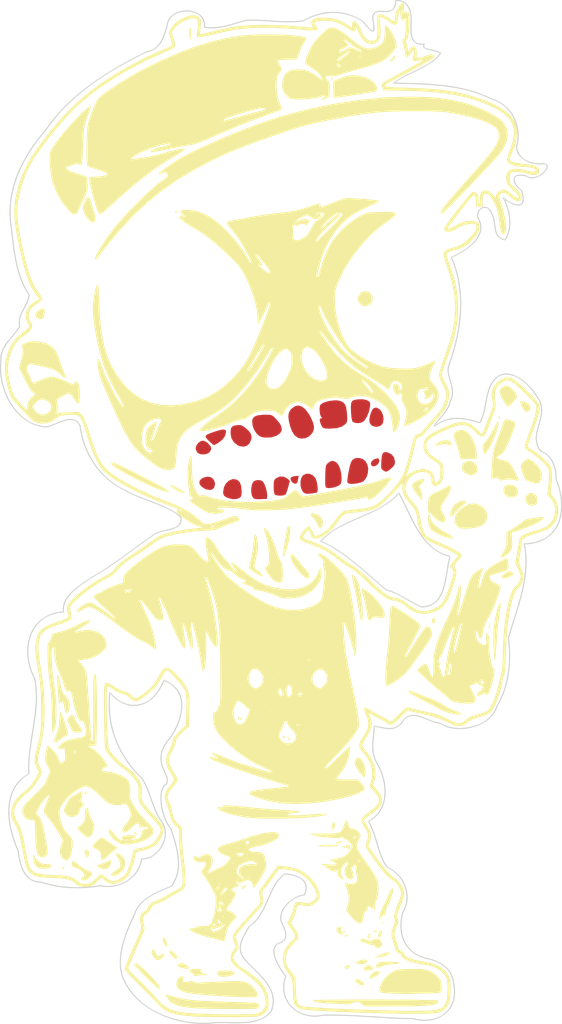
<source format=kicad_pcb>
(kicad_pcb (version 20221018) (generator pcbnew)
  (layers (0 "F.Cu" signal) (31 "B.Cu" signal) (34 "B.Paste" user) (35 "F.Paste" user) (36 "B.SilkS" user "B.Silkscreen") (37 "F.SilkS" user "F.Silkscreen") (38 "B.Mask" user) (39 "F.Mask" user) (44 "Edge.Cuts" user))
  (net 0 "")
  (footprint "LOGO" (layer "F.Cu") (at 52.2036 66.0231)
    (fp_text reference "G***" hide)
    (fp_text value "LOGO" hide)
    (fp_poly (pts (xy 9.009826 -5.765215) (xy 9.059333 -5.601843) (xy 8.99831 -5.38188) (xy 8.846245 -5.200771) (xy 8.649641 -5.08919) (xy 8.455003 -5.077813) (xy 8.353777 -5.136445) (xy 8.281198 -5.310243) (xy 8.342698 -5.507372) (xy 8.518816 -5.679752) (xy 8.58941 -5.718655) (xy 8.853938 -5.806214) (xy 9.009826 -5.765215)) (stroke (width 0.01)) (fill solid) (layer "F.Cu"))
    (fp_poly (pts (xy 1.564625 -3.89812) (xy 1.516924 -3.681869) (xy 1.473635 -3.54424) (xy 1.468983 -3.535479) (xy 1.344007 -3.468372) (xy 1.166985 -3.508386) (xy 0.999862 -3.63742) (xy 0.966309 -3.682347) (xy 0.869367 -3.904376) (xy 0.922085 -4.055541) (xy 1.128994 -4.143019) (xy 1.269678 -4.163148) (xy 1.620623 -4.196616) (xy 1.564625 -3.89812)) (stroke (width 0.01)) (fill solid) (layer "F.Cu"))
    (fp_poly (pts (xy -6.4691 -4.059777) (xy -6.236813 -3.879353) (xy -6.1109 -3.589237) (xy -6.096 -3.423284) (xy -6.158814 -3.132381) (xy -6.33226 -2.953804) (xy -6.593844 -2.89523) (xy -6.921074 -2.964334) (xy -7.13616 -3.068298) (xy -7.411434 -3.288256) (xy -7.530972 -3.523691) (xy -7.494524 -3.751788) (xy -7.301838 -3.949728) (xy -7.146753 -4.030291) (xy -6.781251 -4.115195) (xy -6.4691 -4.059777)) (stroke (width 0.01)) (fill solid) (layer "F.Cu"))
    (fp_poly (pts (xy -6.881086 -7.305313) (xy -6.733947 -7.187896) (xy -6.50409 -6.919927) (xy -6.442661 -6.666906) (xy -6.549514 -6.427761) (xy -6.619965 -6.353299) (xy -6.855167 -6.222094) (xy -7.151562 -6.170532) (xy -7.446988 -6.197752) (xy -7.679281 -6.302894) (xy -7.7422 -6.368839) (xy -7.864665 -6.66883) (xy -7.821035 -6.967042) (xy -7.636534 -7.22316) (xy -7.386061 -7.402329) (xy -7.144766 -7.430124) (xy -6.881086 -7.305313)) (stroke (width 0.01)) (fill solid) (layer "F.Cu"))
    (fp_poly (pts (xy 8.840945 -10.465586) (xy 9.089878 -10.323309) (xy 9.282694 -10.065484) (xy 9.405873 -9.74045) (xy 9.445901 -9.396545) (xy 9.38926 -9.082109) (xy 9.279044 -8.898889) (xy 9.049518 -8.757858) (xy 8.754561 -8.717913) (xy 8.465069 -8.779698) (xy 8.297333 -8.89) (xy 8.162177 -9.117128) (xy 8.140807 -9.427309) (xy 8.232525 -9.840588) (xy 8.261171 -9.928007) (xy 8.399971 -10.25575) (xy 8.551662 -10.433901) (xy 8.737322 -10.482002) (xy 8.840945 -10.465586)) (stroke (width 0.01)) (fill solid) (layer "F.Cu"))
    (fp_poly (pts (xy -5.210256 -8.45456) (xy -5.107677 -8.382512) (xy -5.08 -8.250796) (xy -5.162179 -7.888855) (xy -5.398764 -7.548738) (xy -5.736247 -7.276507) (xy -5.964024 -7.138502) (xy -6.132865 -7.048016) (xy -6.189473 -7.027334) (xy -6.276616 -7.082103) (xy -6.445734 -7.22534) (xy -6.649366 -7.415674) (xy -6.85226 -7.625313) (xy -6.95121 -7.780834) (xy -6.933975 -7.903351) (xy -6.788313 -8.013974) (xy -6.501983 -8.133816) (xy -6.165739 -8.249739) (xy -5.719515 -8.388193) (xy -5.407611 -8.45646) (xy -5.210256 -8.45456)) (stroke (width 0.01)) (fill solid) (layer "F.Cu"))
    (fp_poly (pts (xy -1.913428 -3.787162) (xy -1.698426 -3.685574) (xy -1.675001 -3.661834) (xy -1.54303 -3.440388) (xy -1.420039 -3.119407) (xy -1.326678 -2.768287) (xy -1.283596 -2.456424) (xy -1.285539 -2.353041) (xy -1.312334 -2.074334) (xy -1.874139 -2.04952) (xy -2.229896 -2.048176) (xy -2.452891 -2.085631) (xy -2.560909 -2.149671) (xy -2.685474 -2.368676) (xy -2.746364 -2.675759) (xy -2.746994 -3.01865) (xy -2.690782 -3.345076) (xy -2.581143 -3.602766) (xy -2.458024 -3.723894) (xy -2.191433 -3.801901) (xy -1.913428 -3.787162)) (stroke (width 0.01)) (fill solid) (layer "F.Cu"))
    (fp_poly (pts (xy -4.042803 -3.825219) (xy -3.820468 -3.615657) (xy -3.686818 -3.264154) (xy -3.64071 -2.768883) (xy -3.640667 -2.750956) (xy -3.653976 -2.464168) (xy -3.705639 -2.290498) (xy -3.813264 -2.175007) (xy -3.828839 -2.163801) (xy -4.112785 -2.05744) (xy -4.480727 -2.054986) (xy -4.746278 -2.112284) (xy -5.060428 -2.226597) (xy -5.240372 -2.354489) (xy -5.319908 -2.53071) (xy -5.334 -2.716517) (xy -5.268667 -3.126797) (xy -5.090454 -3.478925) (xy -4.826046 -3.740793) (xy -4.502123 -3.880292) (xy -4.354963 -3.894667) (xy -4.042803 -3.825219)) (stroke (width 0.01)) (fill solid) (layer "F.Cu"))
    (fp_poly (pts (xy -3.611517 -8.824836) (xy -3.394802 -8.687182) (xy -3.311568 -8.623781) (xy -2.97849 -8.327708) (xy -2.788753 -8.056918) (xy -2.72568 -7.781302) (xy -2.742542 -7.596534) (xy -2.881454 -7.233041) (xy -3.122386 -6.992135) (xy -3.438262 -6.886818) (xy -3.802005 -6.930095) (xy -3.977646 -7.003328) (xy -4.338044 -7.275841) (xy -4.566553 -7.650349) (xy -4.65569 -8.113968) (xy -4.656667 -8.172488) (xy -4.630762 -8.502379) (xy -4.531322 -8.704663) (xy -4.325756 -8.816039) (xy -4.039933 -8.86702) (xy -3.802188 -8.876642) (xy -3.611517 -8.824836)) (stroke (width 0.01)) (fill solid) (layer "F.Cu"))
    (fp_poly (pts (xy 0.528429 -3.975305) (xy 0.566778 -3.944167) (xy 0.804333 -3.739666) (xy 0.654784 -3.16801) (xy 0.566387 -2.863868) (xy 0.478833 -2.617658) (xy 0.411584 -2.48351) (xy 0.265767 -2.41172) (xy 0.023381 -2.376541) (xy -0.246643 -2.378758) (xy -0.475373 -2.419156) (xy -0.575734 -2.472267) (xy -0.63107 -2.613178) (xy -0.666749 -2.882527) (xy -0.677334 -3.185789) (xy -0.67183 -3.510896) (xy -0.646225 -3.714947) (xy -0.586875 -3.846092) (xy -0.480137 -3.952486) (xy -0.454249 -3.973189) (xy -0.135845 -4.125065) (xy 0.207579 -4.125319) (xy 0.528429 -3.975305)) (stroke (width 0.01)) (fill solid) (layer "F.Cu"))
    (fp_poly (pts (xy 1.93191 -10.568302) (xy 2.253772 -10.303705) (xy 2.567311 -9.879236) (xy 2.749047 -9.549487) (xy 2.944175 -9.106108) (xy 3.030836 -8.753047) (xy 3.012528 -8.453589) (xy 2.892749 -8.171019) (xy 2.882094 -8.153278) (xy 2.609707 -7.852315) (xy 2.256858 -7.672545) (xy 1.867955 -7.629242) (xy 1.566333 -7.700775) (xy 1.2671 -7.914661) (xy 1.020118 -8.283406) (xy 0.836716 -8.777216) (xy 0.714937 -9.289993) (xy 0.674331 -9.684343) (xy 0.717426 -9.991803) (xy 0.84675 -10.243906) (xy 0.9652 -10.380134) (xy 1.282744 -10.608789) (xy 1.606608 -10.670754) (xy 1.93191 -10.568302)) (stroke (width 0.01)) (fill solid) (layer "F.Cu"))
    (fp_poly (pts (xy 9.84025 -6.345662) (xy 10.184551 -6.173042) (xy 10.410644 -5.891618) (xy 10.498244 -5.527493) (xy 10.498666 -5.498513) (xy 10.477381 -5.286742) (xy 10.390723 -5.116276) (xy 10.204486 -4.926844) (xy 10.14476 -4.874931) (xy 9.903731 -4.680598) (xy 9.735937 -4.593349) (xy 9.593001 -4.602435) (xy 9.426549 -4.697109) (xy 9.406651 -4.710937) (xy 9.307842 -4.792545) (xy 9.252103 -4.893146) (xy 9.231065 -5.055138) (xy 9.236364 -5.32092) (xy 9.247065 -5.519666) (xy 9.284434 -5.936137) (xy 9.349177 -6.205047) (xy 9.456621 -6.347739) (xy 9.622093 -6.385558) (xy 9.84025 -6.345662)) (stroke (width 0.01)) (fill solid) (layer "F.Cu"))
    (fp_poly (pts (xy -1.112216 -9.816878) (xy -0.909187 -9.787381) (xy -0.75342 -9.708644) (xy -0.583881 -9.556472) (xy -0.474801 -9.445211) (xy -0.138198 -9.043675) (xy 0.038572 -8.69359) (xy 0.055653 -8.390897) (xy -0.086813 -8.131535) (xy -0.388683 -7.911444) (xy -0.420198 -7.895167) (xy -0.90383 -7.742157) (xy -1.465931 -7.724002) (xy -1.760363 -7.764882) (xy -2.037458 -7.894716) (xy -2.29723 -8.151078) (xy -2.505958 -8.491958) (xy -2.622989 -8.839583) (xy -2.666003 -9.203717) (xy -2.612218 -9.471177) (xy -2.446798 -9.654108) (xy -2.154907 -9.76465) (xy -1.721711 -9.814948) (xy -1.423541 -9.821334) (xy -1.112216 -9.816878)) (stroke (width 0.01)) (fill solid) (layer "F.Cu"))
    (fp_poly (pts (xy 2.631438 -4.377344) (xy 2.926228 -4.239553) (xy 3.158779 -3.98396) (xy 3.161555 -3.979294) (xy 3.252477 -3.759376) (xy 3.321461 -3.472133) (xy 3.362851 -3.168435) (xy 3.370991 -2.899154) (xy 3.340227 -2.715161) (xy 3.307089 -2.670146) (xy 3.171684 -2.628731) (xy 2.927985 -2.587239) (xy 2.714365 -2.563002) (xy 2.418641 -2.5461) (xy 2.232741 -2.569866) (xy 2.099744 -2.645469) (xy 2.047504 -2.69383) (xy 1.884977 -2.953215) (xy 1.7999 -3.292094) (xy 1.792583 -3.654999) (xy 1.863334 -3.986462) (xy 2.012463 -4.231015) (xy 2.038804 -4.2545) (xy 2.320325 -4.386078) (xy 2.631438 -4.377344)) (stroke (width 0.01)) (fill solid) (layer "F.Cu"))
    (fp_poly (pts (xy 7.487119 -5.767723) (xy 7.757996 -5.56373) (xy 7.942203 -5.258278) (xy 8.026895 -4.879623) (xy 7.999226 -4.456022) (xy 7.909154 -4.155414) (xy 7.776548 -3.909743) (xy 7.615399 -3.719711) (xy 7.57676 -3.690192) (xy 7.347899 -3.590252) (xy 7.032166 -3.511232) (xy 6.696663 -3.463816) (xy 6.408491 -3.458687) (xy 6.277636 -3.483352) (xy 6.184234 -3.524643) (xy 6.128126 -3.585765) (xy 6.107751 -3.697515) (xy 6.121547 -3.890694) (xy 6.167952 -4.196099) (xy 6.22476 -4.526185) (xy 6.324943 -5.032899) (xy 6.431387 -5.393696) (xy 6.56022 -5.631705) (xy 6.727573 -5.770055) (xy 6.949575 -5.831874) (xy 7.142419 -5.842) (xy 7.487119 -5.767723)) (stroke (width 0.01)) (fill solid) (layer "F.Cu"))
    (fp_poly (pts (xy 7.587052 -11.242851) (xy 7.887972 -11.167074) (xy 7.956123 -11.134982) (xy 8.116926 -11.042403) (xy 8.193897 -10.944458) (xy 8.209158 -10.784904) (xy 8.188597 -10.543925) (xy 8.091473 -10.08924) (xy 7.910636 -9.648109) (xy 7.676166 -9.289866) (xy 7.616487 -9.225154) (xy 7.410743 -9.109312) (xy 7.133784 -9.057984) (xy 6.853646 -9.073098) (xy 6.638368 -9.156585) (xy 6.595795 -9.196219) (xy 6.532068 -9.361273) (xy 6.482694 -9.673975) (xy 6.450942 -10.113005) (xy 6.449302 -10.151944) (xy 6.439696 -10.586209) (xy 6.465388 -10.881117) (xy 6.546242 -11.065944) (xy 6.702122 -11.169961) (xy 6.952892 -11.222442) (xy 7.190215 -11.243807) (xy 7.587052 -11.242851)) (stroke (width 0.01)) (fill solid) (layer "F.Cu"))
    (fp_poly (pts (xy 5.092591 -5.426743) (xy 5.110165 -5.413112) (xy 5.297853 -5.178856) (xy 5.447743 -4.82621) (xy 5.544948 -4.404562) (xy 5.574586 -3.963299) (xy 5.571426 -3.882632) (xy 5.544241 -3.609919) (xy 5.483693 -3.44657) (xy 5.360985 -3.332679) (xy 5.284313 -3.285373) (xy 5.026874 -3.175937) (xy 4.721215 -3.101699) (xy 4.428406 -3.071796) (xy 4.209519 -3.095361) (xy 4.162264 -3.117531) (xy 4.11183 -3.194854) (xy 4.081626 -3.360395) (xy 4.069696 -3.638888) (xy 4.074081 -4.055068) (xy 4.077598 -4.187024) (xy 4.091553 -4.611815) (xy 4.109402 -4.901979) (xy 4.138856 -5.092181) (xy 4.187629 -5.217083) (xy 4.263433 -5.31135) (xy 4.343887 -5.38385) (xy 4.6025 -5.551324) (xy 4.837513 -5.565066) (xy 5.092591 -5.426743)) (stroke (width 0.01)) (fill solid) (layer "F.Cu"))
    (fp_poly (pts (xy 5.211485 -11.140139) (xy 5.454615 -11.093441) (xy 5.702937 -10.977428) (xy 5.874967 -10.801583) (xy 5.986152 -10.535465) (xy 6.051937 -10.148637) (xy 6.074456 -9.871899) (xy 6.093088 -9.519913) (xy 6.09008 -9.292279) (xy 6.057372 -9.144564) (xy 5.986898 -9.032333) (xy 5.906606 -8.94691) (xy 5.60148 -8.737133) (xy 5.178148 -8.607595) (xy 4.620596 -8.553896) (xy 4.468118 -8.551806) (xy 4.154252 -8.558461) (xy 3.962507 -8.5878) (xy 3.845941 -8.652915) (xy 3.770849 -8.74626) (xy 3.660135 -8.975371) (xy 3.588981 -9.211926) (xy 3.567483 -9.400281) (xy 3.618078 -9.474254) (xy 3.685538 -9.482667) (xy 3.786501 -9.49454) (xy 3.764268 -9.559002) (xy 3.696122 -9.637501) (xy 3.61403 -9.816437) (xy 3.565348 -10.090693) (xy 3.554823 -10.388699) (xy 3.587204 -10.638883) (xy 3.623763 -10.728217) (xy 3.798635 -10.875269) (xy 4.093596 -10.999712) (xy 4.459894 -11.091822) (xy 4.848774 -11.141873) (xy 5.211485 -11.140139)) (stroke (width 0.01)) (fill solid) (layer "F.Cu"))
  )
  (footprint "LOGO" (layer "F.Cu") (at 52.2036 66.0231)
    (fp_text reference "G***" hide)
    (fp_text value "LOGO" hide)
  )
  (footprint "LOGO" (layer "F.Cu") (at 52.2036 66.0231)
    (fp_text reference "G***" hide)
    (fp_text value "LOGO" hide)
  )
  (footprint "LOGO" (layer "F.Cu") (at 52.2036 66.0231)
    (fp_text reference "G***" hide)
    (fp_text value "LOGO" hide)
  )
  (footprint "LOGO" (layer "F.Cu") (at 52.2036 66.0231)
    (fp_text reference "G***" hide)
    (fp_text value "LOGO" hide)
  )
  (footprint "LOGO" (layer "F.Cu") (at 52.2036 66.0231)
    (fp_text reference "G***" hide)
    (fp_text value "LOGO" hide)
  )
  (gr_line (start 29.7719 75.4142) (end 29.6179 75.5944) (stroke (width 0.1)) (layer "Edge.Cuts"))
  (gr_line (start 67.7612 69.2495) (end 67.611 70.007) (stroke (width 0.1)) (layer "Edge.Cuts"))
  (gr_line (start 57.7024 19.1605) (end 57.3417 19.124) (stroke (width 0.1)) (layer "Edge.Cuts"))
  (gr_line (start 60.769 87.6669) (end 60.714 87.4504) (stroke (width 0.1)) (layer "Edge.Cuts"))
  (gr_line (start 34.1847 99.7645) (end 34.8769 99.6997) (stroke (width 0.1)) (layer "Edge.Cuts"))
  (gr_line (start 32.316 73.346) (end 32.2196 73.5818) (stroke (width 0.1)) (layer "Edge.Cuts"))
  (gr_line (start 27.5804 90.6557) (end 27.477 90.8644) (stroke (width 0.1)) (layer "Edge.Cuts"))
  (gr_line (start 71.0962 54.9796) (end 71 55.5091) (stroke (width 0.1)) (layer "Edge.Cuts"))
  (gr_line (start 66.3693 57.2042) (end 66.354 57.2013) (stroke (width 0.1)) (layer "Edge.Cuts"))
  (gr_line (start 63.0844 25.2866) (end 63.6478 24.9744) (stroke (width 0.1)) (layer "Edge.Cuts"))
  (gr_line (start 27.9707 42.9119) (end 28.0892 43.303) (stroke (width 0.1)) (layer "Edge.Cuts"))
  (gr_line (start 67.7988 107.6201) (end 67.6701 107.4291) (stroke (width 0.1)) (layer "Edge.Cuts"))
  (gr_line (start 62.2866 64.15) (end 62.6916 63.8035) (stroke (width 0.1)) (layer "Edge.Cuts"))
  (gr_line (start 53.786 111.2321) (end 54.1241 111.3951) (stroke (width 0.1)) (layer "Edge.Cuts"))
  (gr_line (start 74.048 30.766) (end 74.0571 30.4475) (stroke (width 0.1)) (layer "Edge.Cuts"))
  (gr_line (start 63.3622 104.19) (end 63.296 103.8744) (stroke (width 0.1)) (layer "Edge.Cuts"))
  (gr_line (start 39.1907 101.3341) (end 39.025 101.5499) (stroke (width 0.1)) (layer "Edge.Cuts"))
  (gr_line (start 67.1513 72.2832) (end 67.0262 72.6133) (stroke (width 0.1)) (layer "Edge.Cuts"))
  (gr_line (start 72.9114 36.6355) (end 72.8095 36.4193) (stroke (width 0.1)) (layer "Edge.Cuts"))
  (gr_line (start 60.844 87.889) (end 60.769 87.6669) (stroke (width 0.1)) (layer "Edge.Cuts"))
  (gr_line (start 29.5295 99.2016) (end 29.7783 99.2512) (stroke (width 0.1)) (layer "Edge.Cuts"))
  (gr_line (start 51.4751 110.0031) (end 51.4161 109.6621) (stroke (width 0.1)) (layer "Edge.Cuts"))
  (gr_line (start 42.6781 19.1252) (end 42.3999 19.2587) (stroke (width 0.1)) (layer "Edge.Cuts"))
  (gr_line (start 49.0268 19.8362) (end 48.5486 19.964) (stroke (width 0.1)) (layer "Edge.Cuts"))
  (gr_line (start 72.3314 39.8476) (end 72.4729 39.9434) (stroke (width 0.1)) (layer "Edge.Cuts"))
  (gr_line (start 67.3623 107.0961) (end 67.1865 106.9521) (stroke (width 0.1)) (layer "Edge.Cuts"))
  (gr_line (start 52.4414 109.1621) (end 52.4946 109.5371) (stroke (width 0.1)) (layer "Edge.Cuts"))
  (gr_line (start 70.5132 39.516) (end 70.5946 39.2395) (stroke (width 0.1)) (layer "Edge.Cuts"))
  (gr_line (start 48.6698 104.4429) (end 48.8523 104.0855) (stroke (width 0.1)) (layer "Edge.Cuts"))
  (gr_line (start 48.448 105.5306) (end 48.4361 105.3454) (stroke (width 0.1)) (layer "Edge.Cuts"))
  (gr_line (start 49.7638 107.3341) (end 49.2434 106.8151) (stroke (width 0.1)) (layer "Edge.Cuts"))
  (gr_line (start 39.2021 97.7312) (end 39.295 97.4354) (stroke (width 0.1)) (layer "Edge.Cuts"))
  (gr_line (start 74.3214 36.8099) (end 74.423 36.723) (stroke (width 0.1)) (layer "Edge.Cuts"))
  (gr_line (start 51.8572 104.9806) (end 51.7734 105.0462) (stroke (width 0.1)) (layer "Edge.Cuts"))
  (gr_line (start 42.9766 65.6449) (end 42.9858 65.8856) (stroke (width 0.1)) (layer "Edge.Cuts"))
  (gr_line (start 66.8867 84.629) (end 67.1321 84.7863) (stroke (width 0.1)) (layer "Edge.Cuts"))
  (gr_line (start 28.083 47.4307) (end 28.0651 47.6311) (stroke (width 0.1)) (layer "Edge.Cuts"))
  (gr_line (start 67.9232 110.6281) (end 68.0633 110.2861) (stroke (width 0.1)) (layer "Edge.Cuts"))
  (gr_line (start 39.5769 100.9528) (end 39.3753 101.1356) (stroke (width 0.1)) (layer "Edge.Cuts"))
  (gr_line (start 62.6716 18.6023) (end 62.559 18.776) (stroke (width 0.1)) (layer "Edge.Cuts"))
  (gr_line (start 60.5404 94.2259) (end 60.4025 93.941) (stroke (width 0.1)) (layer "Edge.Cuts"))
  (gr_line (start 49.2434 106.8151) (end 49.0001 106.5581) (stroke (width 0.1)) (layer "Edge.Cuts"))
  (gr_line (start 41.6736 80.7949) (end 41.9154 80.9255) (stroke (width 0.1)) (layer "Edge.Cuts"))
  (gr_line (start 42.6571 98.4114) (end 42.5704 98.7366) (stroke (width 0.1)) (layer "Edge.Cuts"))
  (gr_line (start 54.1222 100.4807) (end 53.8965 100.5501) (stroke (width 0.1)) (layer "Edge.Cuts"))
  (gr_line (start 61.2766 96.4491) (end 61.1126 95.9108) (stroke (width 0.1)) (layer "Edge.Cuts"))
  (gr_line (start 27.2396 38.2198) (end 27.3139 38.8324) (stroke (width 0.1)) (layer "Edge.Cuts"))
  (gr_line (start 62.3144 111.7831) (end 63.3505 111.8301) (stroke (width 0.1)) (layer "Edge.Cuts"))
  (gr_line (start 68.7026 44.7542) (end 68.62 44.1287) (stroke (width 0.1)) (layer "Edge.Cuts"))
  (gr_line (start 61.5319 85.0392) (end 61.9004 85.0997) (stroke (width 0.1)) (layer "Edge.Cuts"))
  (gr_line (start 52.2029 107.3501) (end 52.4514 107.7061) (stroke (width 0.1)) (layer "Edge.Cuts"))
  (gr_line (start 51.4813 110.3601) (end 51.4751 110.0031) (stroke (width 0.1)) (layer "Edge.Cuts"))
  (gr_line (start 63.5747 18.2123) (end 63.4401 18.1301) (stroke (width 0.1)) (layer "Edge.Cuts"))
  (gr_line (start 60.9564 19.0805) (end 60.8401 19.1576) (stroke (width 0.1)) (layer "Edge.Cuts"))
  (gr_line (start 72.3152 82.6935) (end 72.4923 82.325) (stroke (width 0.1)) (layer "Edge.Cuts"))
  (gr_line (start 52.9897 98.5591) (end 53.2087 98.599) (stroke (width 0.1)) (layer "Edge.Cuts"))
  (gr_line (start 65.1821 111.9961) (end 65.5703 112.0041) (stroke (width 0.1)) (layer "Edge.Cuts"))
  (gr_line (start 51.3784 110.9281) (end 51.4287 110.7341) (stroke (width 0.1)) (layer "Edge.Cuts"))
  (gr_line (start 38.8803 101.7847) (end 38.7585 102.0399) (stroke (width 0.1)) (layer "Edge.Cuts"))
  (gr_line (start 71 55.5091) (end 70.8896 56.0229) (stroke (width 0.1)) (layer "Edge.Cuts"))
  (gr_line (start 62.5877 25.6346) (end 62.826 25.455) (stroke (width 0.1)) (layer "Edge.Cuts"))
  (gr_line (start 41.0891 93.5522) (end 40.9471 93.3258) (stroke (width 0.1)) (layer "Edge.Cuts"))
  (gr_line (start 64.198 19.5328) (end 64.1519 19.1942) (stroke (width 0.1)) (layer "Edge.Cuts"))
  (gr_line (start 74.7681 70.3428) (end 74.7868 69.7892) (stroke (width 0.1)) (layer "Edge.Cuts"))
  (gr_line (start 61.5787 97.2185) (end 61.4666 96.9679) (stroke (width 0.1)) (layer "Edge.Cuts"))
  (gr_line (start 53.476 111.0301) (end 53.786 111.2321) (stroke (width 0.1)) (layer "Edge.Cuts"))
  (gr_line (start 38.0369 103.7172) (end 37.8908 104.1099) (stroke (width 0.1)) (layer "Edge.Cuts"))
  (gr_line (start 74.0156 52.747) (end 73.7277 52.6076) (stroke (width 0.1)) (layer "Edge.Cuts"))
  (gr_line (start 27.2278 37.0103) (end 27.2116 37.6122) (stroke (width 0.1)) (layer "Edge.Cuts"))
  (gr_line (start 27.3873 91.0798) (end 27.2467 91.5286) (stroke (width 0.1)) (layer "Edge.Cuts"))
  (gr_line (start 63.9084 84.0026) (end 64.1012 83.9355) (stroke (width 0.1)) (layer "Edge.Cuts"))
  (gr_line (start 76.7894 59.939) (end 76.6448 59.8151) (stroke (width 0.1)) (layer "Edge.Cuts"))
  (gr_line (start 77.9748 65.5314) (end 78.0478 65.0605) (stroke (width 0.1)) (layer "Edge.Cuts"))
  (gr_line (start 45.1068 19.9861) (end 45.0624 19.8447) (stroke (width 0.1)) (layer "Edge.Cuts"))
  (gr_line (start 27.2089 93.9795) (end 27.3093 94.4785) (stroke (width 0.1)) (layer "Edge.Cuts"))
  (gr_line (start 64.1908 19.8614) (end 64.198 19.5328) (stroke (width 0.1)) (layer "Edge.Cuts"))
  (gr_line (start 75.9381 59.2357) (end 75.866 59.0836) (stroke (width 0.1)) (layer "Edge.Cuts"))
  (gr_line (start 67.9085 107.8281) (end 67.7988 107.6201) (stroke (width 0.1)) (layer "Edge.Cuts"))
  (gr_line (start 61.5195 89.3368) (end 61.3874 88.9879) (stroke (width 0.1)) (layer "Edge.Cuts"))
  (gr_line (start 56.0888 111.5301) (end 57.1291 111.5251) (stroke (width 0.1)) (layer "Edge.Cuts"))
  (gr_line (start 27.9767 90.0757) (end 27.8298 90.2607) (stroke (width 0.1)) (layer "Edge.Cuts"))
  (gr_line (start 30.7641 74.6978) (end 30.5356 74.8139) (stroke (width 0.1)) (layer "Edge.Cuts"))
  (gr_line (start 73.6959 34.4628) (end 73.726 34.3588) (stroke (width 0.1)) (layer "Edge.Cuts"))
  (gr_line (start 67.8527 53.2438) (end 67.7301 52.8204) (stroke (width 0.1)) (layer "Edge.Cuts"))
  (gr_line (start 38.9816 89.3108) (end 38.6178 88.9112) (stroke (width 0.1)) (layer "Edge.Cuts"))
  (gr_line (start 27.4374 94.9698) (end 27.5895 95.4486) (stroke (width 0.1)) (layer "Edge.Cuts"))
  (gr_line (start 29.1019 99.0083) (end 29.3044 99.1198) (stroke (width 0.1)) (layer "Edge.Cuts"))
  (gr_line (start 42.7445 81.7476) (end 42.8422 81.939) (stroke (width 0.1)) (layer "Edge.Cuts"))
  (gr_line (start 30.0558 30.505) (end 29.6835 30.9799) (stroke (width 0.1)) (layer "Edge.Cuts"))
  (gr_line (start 30.0523 99.2656) (end 30.7055 99.4621) (stroke (width 0.1)) (layer "Edge.Cuts"))
  (gr_line (start 52.6437 107.9361) (end 52.5692 108.1491) (stroke (width 0.1)) (layer "Edge.Cuts"))
  (gr_line (start 42.4448 66.6025) (end 42.2539 66.6781) (stroke (width 0.1)) (layer "Edge.Cuts"))
  (gr_line (start 39.3522 97.1268) (end 39.6442 97.1162) (stroke (width 0.1)) (layer "Edge.Cuts"))
  (gr_line (start 65.7549 73.8249) (end 65.5747 73.8678) (stroke (width 0.1)) (layer "Edge.Cuts"))
  (gr_line (start 67.5132 69.1786) (end 67.7612 69.2495) (stroke (width 0.1)) (layer "Edge.Cuts"))
  (gr_line (start 66.0301 23.7282) (end 66.2869 23.5361) (stroke (width 0.1)) (layer "Edge.Cuts"))
  (gr_line (start 61.7669 90.4576) (end 61.7117 90.0761) (stroke (width 0.1)) (layer "Edge.Cuts"))
  (gr_line (start 34.8769 99.6997) (end 35.5525 99.5967) (stroke (width 0.1)) (layer "Edge.Cuts"))
  (gr_line (start 52.9145 19.985) (end 52.2588 19.9682) (stroke (width 0.1)) (layer "Edge.Cuts"))
  (gr_line (start 54.5156 99.7921) (end 54.4974 99.9922) (stroke (width 0.1)) (layer "Edge.Cuts"))
  (gr_line (start 69.5061 26.3007) (end 68.945 26.1623) (stroke (width 0.1)) (layer "Edge.Cuts"))
  (gr_line (start 28.9934 31.9732) (end 28.68 32.49) (stroke (width 0.1)) (layer "Edge.Cuts"))
  (gr_line (start 26.5003 53.2741) (end 26.6388 53.7768) (stroke (width 0.1)) (layer "Edge.Cuts"))
  (gr_line (start 39.2956 82.897) (end 39.6414 82.7679) (stroke (width 0.1)) (layer "Edge.Cuts"))
  (gr_line (start 73.2856 38.6751) (end 73.2904 38.4118) (stroke (width 0.1)) (layer "Edge.Cuts"))
  (gr_line (start 36.2271 70.2748) (end 35.5054 70.7379) (stroke (width 0.1)) (layer "Edge.Cuts"))
  (gr_line (start 74.9613 68.0797) (end 75.2753 68.0402) (stroke (width 0.1)) (layer "Edge.Cuts"))
  (gr_line (start 51.9435 106.9081) (end 52.2029 107.3501) (stroke (width 0.1)) (layer "Edge.Cuts"))
  (gr_line (start 66.5233 23.3285) (end 66.7359 23.1032) (stroke (width 0.1)) (layer "Edge.Cuts"))
  (gr_line (start 40.9471 93.3258) (end 40.8183 93.0919) (stroke (width 0.1)) (layer "Edge.Cuts"))
  (gr_line (start 41.8679 86.1088) (end 41.7056 86.2882) (stroke (width 0.1)) (layer "Edge.Cuts"))
  (gr_line (start 68.0633 110.2861) (end 68.1558 109.9071) (stroke (width 0.1)) (layer "Edge.Cuts"))
  (gr_line (start 61.1729 71.7199) (end 60.4626 71.0981) (stroke (width 0.1)) (layer "Edge.Cuts"))
  (gr_line (start 42.7123 98.0779) (end 42.6571 98.4114) (stroke (width 0.1)) (layer "Edge.Cuts"))
  (gr_line (start 75.8467 67.9087) (end 76.1049 67.8183) (stroke (width 0.1)) (layer "Edge.Cuts"))
  (gr_line (start 64.7527 73.7238) (end 64.3409 73.5102) (stroke (width 0.1)) (layer "Edge.Cuts"))
  (gr_line (start 74.5696 53.118) (end 74.2974 52.9191) (stroke (width 0.1)) (layer "Edge.Cuts"))
  (gr_line (start 77.9864 63.5916) (end 77.8826 63.1046) (stroke (width 0.1)) (layer "Edge.Cuts"))
  (gr_line (start 45.6628 112.2711) (end 46.2428 112.2121) (stroke (width 0.1)) (layer "Edge.Cuts"))
  (gr_line (start 41.7194 20.2191) (end 41.5992 20.6663) (stroke (width 0.1)) (layer "Edge.Cuts"))
  (gr_line (start 68.0648 108.2991) (end 67.9977 108.0541) (stroke (width 0.1)) (layer "Edge.Cuts"))
  (gr_line (start 45.0624 19.8447) (end 45.0017 19.7139) (stroke (width 0.1)) (layer "Edge.Cuts"))
  (gr_line (start 38.3485 102.9771) (end 38.0369 103.7172) (stroke (width 0.1)) (layer "Edge.Cuts"))
  (gr_line (start 62.2746 18.9762) (end 62.111 19.02) (stroke (width 0.1)) (layer "Edge.Cuts"))
  (gr_line (start 70.4359 38.1973) (end 70.3471 38.0402) (stroke (width 0.1)) (layer "Edge.Cuts"))
  (gr_line (start 63.3345 102.4593) (end 63.4242 102.0715) (stroke (width 0.1)) (layer "Edge.Cuts"))
  (gr_line (start 67.5163 111.2041) (end 67.7396 110.9351) (stroke (width 0.1)) (layer "Edge.Cuts"))
  (gr_line (start 74.9516 32.8494) (end 74.7581 32.752) (stroke (width 0.1)) (layer "Edge.Cuts"))
  (gr_line (start 76.7257 33.249) (end 76.6998 33.1941) (stroke (width 0.1)) (layer "Edge.Cuts"))
  (gr_line (start 28.9361 77.1011) (end 28.8644 77.5863) (stroke (width 0.1)) (layer "Edge.Cuts"))
  (gr_line (start 60.6769 87.2382) (end 60.6554 87.0294) (stroke (width 0.1)) (layer "Edge.Cuts"))
  (gr_line (start 50.4835 101.9491) (end 50.6549 101.6166) (stroke (width 0.1)) (layer "Edge.Cuts"))
  (gr_line (start 52.6408 104.212) (end 52.6263 104.3215) (stroke (width 0.1)) (layer "Edge.Cuts"))
  (gr_line (start 41.033 100.0987) (end 40.5138 100.3478) (stroke (width 0.1)) (layer "Edge.Cuts"))
  (gr_line (start 72.4729 39.9434) (end 72.6464 40.0203) (stroke (width 0.1)) (layer "Edge.Cuts"))
  (gr_line (start 76.1093 34.121) (end 76.2992 33.9849) (stroke (width 0.1)) (layer "Edge.Cuts"))
  (gr_line (start 56.6203 19.1309) (end 56.262 19.1726) (stroke (width 0.1)) (layer "Edge.Cuts"))
  (gr_line (start 28.8644 77.5863) (end 28.8452 78.0841) (stroke (width 0.1)) (layer "Edge.Cuts"))
  (gr_line (start 29.0915 56.92) (end 29.316 57.0264) (stroke (width 0.1)) (layer "Edge.Cuts"))
  (gr_line (start 52.4361 108.9671) (end 52.4414 109.1621) (stroke (width 0.1)) (layer "Edge.Cuts"))
  (gr_line (start 42.3999 19.2587) (end 42.1551 19.4349) (stroke (width 0.1)) (layer "Edge.Cuts"))
  (gr_line (start 59.0244 69.8725) (end 58.281 69.2935) (stroke (width 0.1)) (layer "Edge.Cuts"))
  (gr_line (start 33.0433 56.6544) (end 33.2218 56.7176) (stroke (width 0.1)) (layer "Edge.Cuts"))
  (gr_line (start 60.7483 19.2775) (end 60.6854 19.4491) (stroke (width 0.1)) (layer "Edge.Cuts"))
  (gr_line (start 73.2502 79.1924) (end 73.2778 78.3803) (stroke (width 0.1)) (layer "Edge.Cuts"))
  (gr_line (start 70.8215 56.2687) (end 70.7408 56.5043) (stroke (width 0.1)) (layer "Edge.Cuts"))
  (gr_line (start 66.8126 56.9409) (end 66.5822 57.0871) (stroke (width 0.1)) (layer "Edge.Cuts"))
  (gr_line (start 38.6178 88.9112) (end 38.2775 88.4926) (stroke (width 0.1)) (layer "Edge.Cuts"))
  (gr_line (start 42.739 97.7377) (end 42.7123 98.0779) (stroke (width 0.1)) (layer "Edge.Cuts"))
  (gr_line (start 27.3139 38.8324) (end 27.5088 40.4637) (stroke (width 0.1)) (layer "Edge.Cuts"))
  (gr_line (start 60.0996 20.3687) (end 59.7903 19.9892) (stroke (width 0.1)) (layer "Edge.Cuts"))
  (gr_line (start 47.5556 112.2251) (end 48.2671 112.2331) (stroke (width 0.1)) (layer "Edge.Cuts"))
  (gr_line (start 76.319 59.614) (end 76.1379 59.5391) (stroke (width 0.1)) (layer "Edge.Cuts"))
  (gr_line (start 70.608 26.6536) (end 70.0607 26.4637) (stroke (width 0.1)) (layer "Edge.Cuts"))
  (gr_line (start 75.454 34.3636) (end 75.6797 34.3183) (stroke (width 0.1)) (layer "Edge.Cuts"))
  (gr_line (start 68.0121 54.1069) (end 67.9959 53.8896) (stroke (width 0.1)) (layer "Edge.Cuts"))
  (gr_line (start 67.611 70.007) (end 67.4832 70.7904) (stroke (width 0.1)) (layer "Edge.Cuts"))
  (gr_line (start 26.7024 49.916) (end 26.5954 50.1164) (stroke (width 0.1)) (layer "Edge.Cuts"))
  (gr_line (start 44.8366 19.4845) (end 44.7346 19.3858) (stroke (width 0.1)) (layer "Edge.Cuts"))
  (gr_line (start 66.3836 57.1263) (end 66.5633 56.8965) (stroke (width 0.1)) (layer "Edge.Cuts"))
  (gr_line (start 60.9089 93.2124) (end 61.1651 92.9382) (stroke (width 0.1)) (layer "Edge.Cuts"))
  (gr_line (start 64.1074 105.495) (end 63.9059 105.2732) (stroke (width 0.1)) (layer "Edge.Cuts"))
  (gr_line (start 37.5722 82.7424) (end 37.9034 82.8723) (stroke (width 0.1)) (layer "Edge.Cuts"))
  (gr_line (start 65.3463 22.2255) (end 65.3569 22.1391) (stroke (width 0.1)) (layer "Edge.Cuts"))
  (gr_line (start 77.5055 61.3322) (end 77.4001 60.9336) (stroke (width 0.1)) (layer "Edge.Cuts"))
  (gr_line (start 63.7715 101.1946) (end 63.8143 100.8909) (stroke (width 0.1)) (layer "Edge.Cuts"))
  (gr_line (start 71.941 52.8977) (end 71.8255 53.033) (stroke (width 0.1)) (layer "Edge.Cuts"))
  (gr_line (start 55.2648 111.6241) (end 55.6733 111.6041) (stroke (width 0.1)) (layer "Edge.Cuts"))
  (gr_line (start 52.5394 98.5218) (end 52.9897 98.5591) (stroke (width 0.1)) (layer "Edge.Cuts"))
  (gr_line (start 34.5024 59.9261) (end 34.7331 60.3415) (stroke (width 0.1)) (layer "Edge.Cuts"))
  (gr_line (start 63.2248 98.8838) (end 63.029 98.6464) (stroke (width 0.1)) (layer "Edge.Cuts"))
  (gr_line (start 54.4487 99.4364) (end 54.4984 99.6068) (stroke (width 0.1)) (layer "Edge.Cuts"))
  (gr_line (start 70.771 37.1222) (end 70.8898 37.086) (stroke (width 0.1)) (layer "Edge.Cuts"))
  (gr_line (start 41.4437 93.2654) (end 41.5662 93.5675) (stroke (width 0.1)) (layer "Edge.Cuts"))
  (gr_line (start 51.7734 105.0462) (end 51.7039 105.1202) (stroke (width 0.1)) (layer "Edge.Cuts"))
  (gr_line (start 73.9232 31.4968) (end 73.9487 31.2943) (stroke (width 0.1)) (layer "Edge.Cuts"))
  (gr_line (start 27.3093 94.4785) (end 27.4374 94.9698) (stroke (width 0.1)) (layer "Edge.Cuts"))
  (gr_line (start 50.3027 111.9141) (end 50.5926 111.7731) (stroke (width 0.1)) (layer "Edge.Cuts"))
  (gr_line (start 52.2588 19.9682) (end 51.604 19.9314) (stroke (width 0.1)) (layer "Edge.Cuts"))
  (gr_line (start 38.2452 82.955) (end 38.5937 82.9883) (stroke (width 0.1)) (layer "Edge.Cuts"))
  (gr_line (start 70.5946 39.2395) (end 70.6245 38.9529) (stroke (width 0.1)) (layer "Edge.Cuts"))
  (gr_line (start 68.7479 46.6499) (end 68.7648 46.0162) (stroke (width 0.1)) (layer "Edge.Cuts"))
  (gr_line (start 67.342 71.5618) (end 67.2551 71.9311) (stroke (width 0.1)) (layer "Edge.Cuts"))
  (gr_line (start 52.4946 109.5371) (end 52.6011 109.8901) (stroke (width 0.1)) (layer "Edge.Cuts"))
  (gr_line (start 63.0675 63.413) (end 63.5003 64.2542) (stroke (width 0.1)) (layer "Edge.Cuts"))
  (gr_line (start 27.0352 54.7431) (end 27.2906 55.1953) (stroke (width 0.1)) (layer "Edge.Cuts"))
  (gr_line (start 72.6464 40.0203) (end 72.8556 40.0764) (stroke (width 0.1)) (layer "Edge.Cuts"))
  (gr_line (start 28.6162 98.5232) (end 28.7591 98.7073) (stroke (width 0.1)) (layer "Edge.Cuts"))
  (gr_line (start 27.7622 95.9103) (end 27.9518 96.3502) (stroke (width 0.1)) (layer "Edge.Cuts"))
  (gr_line (start 57.5412 66.5559) (end 58.0112 66.3096) (stroke (width 0.1)) (layer "Edge.Cuts"))
  (gr_line (start 26.8175 54.2683) (end 27.0352 54.7431) (stroke (width 0.1)) (layer "Edge.Cuts"))
  (gr_line (start 52.2095 102.242) (end 52.1758 102.4665) (stroke (width 0.1)) (layer "Edge.Cuts"))
  (gr_line (start 68.0295 56.5536) (end 67.7796 56.5899) (stroke (width 0.1)) (layer "Edge.Cuts"))
  (gr_line (start 77.7422 62.6296) (end 77.5683 62.1729) (stroke (width 0.1)) (layer "Edge.Cuts"))
  (gr_line (start 50.0823 102.5755) (end 50.2943 102.27) (stroke (width 0.1)) (layer "Edge.Cuts"))
  (gr_line (start 52.1758 102.4665) (end 52.1808 102.6929) (stroke (width 0.1)) (layer "Edge.Cuts"))
  (gr_line (start 37.4027 106.1821) (end 37.379 106.5981) (stroke (width 0.1)) (layer "Edge.Cuts"))
  (gr_line (start 75.8117 54.55) (end 75.6683 54.312) (stroke (width 0.1)) (layer "Edge.Cuts"))
  (gr_line (start 65.1137 67.2868) (end 65.4017 67.6696) (stroke (width 0.1)) (layer "Edge.Cuts"))
  (gr_line (start 76.2992 33.9849) (end 76.4635 33.8344) (stroke (width 0.1)) (layer "Edge.Cuts"))
  (gr_line (start 32.8526 56.6289) (end 33.0433 56.6544) (stroke (width 0.1)) (layer "Edge.Cuts"))
  (gr_line (start 39.5049 89.9059) (end 39.3678 89.6905) (stroke (width 0.1)) (layer "Edge.Cuts"))
  (gr_line (start 63.5003 64.2542) (end 63.9231 65.1374) (stroke (width 0.1)) (layer "Edge.Cuts"))
  (gr_line (start 54.8677 111.5941) (end 55.2648 111.6241) (stroke (width 0.1)) (layer "Edge.Cuts"))
  (gr_line (start 70.4024 37.4833) (end 70.4726 37.3668) (stroke (width 0.1)) (layer "Edge.Cuts"))
  (gr_line (start 39.3678 89.6905) (end 38.9816 89.3108) (stroke (width 0.1)) (layer "Edge.Cuts"))
  (gr_line (start 33.3867 72.1381) (end 32.959 72.5061) (stroke (width 0.1)) (layer "Edge.Cuts"))
  (gr_line (start 54.1241 111.3951) (end 54.4861 111.5171) (stroke (width 0.1)) (layer "Edge.Cuts"))
  (gr_line (start 38.4261 23.4463) (end 37.768 23.8035) (stroke (width 0.1)) (layer "Edge.Cuts"))
  (gr_line (start 43.0188 82.5493) (end 43.0426 82.7616) (stroke (width 0.1)) (layer "Edge.Cuts"))
  (gr_line (start 55.5562 19.3286) (end 55.2112 19.4413) (stroke (width 0.1)) (layer "Edge.Cuts"))
  (gr_line (start 66.4776 73.4246) (end 66.355 73.5275) (stroke (width 0.1)) (layer "Edge.Cuts"))
  (gr_line (start 72.5824 52.4923) (end 72.447 52.5397) (stroke (width 0.1)) (layer "Edge.Cuts"))
  (gr_line (start 40.8657 111.3481) (end 41.4342 111.5991) (stroke (width 0.1)) (layer "Edge.Cuts"))
  (gr_line (start 74.4941 36.5918) (end 74.5298 36.4119) (stroke (width 0.1)) (layer "Edge.Cuts"))
  (gr_line (start 57.5114 68.7536) (end 57.1143 68.5022) (stroke (width 0.1)) (layer "Edge.Cuts"))
  (gr_line (start 31.3426 28.8411) (end 30.879 29.4299) (stroke (width 0.1)) (layer "Edge.Cuts"))
  (gr_line (start 52.8348 101.2199) (end 52.6607 101.4043) (stroke (width 0.1)) (layer "Edge.Cuts"))
  (gr_line (start 72.0098 39.3157) (end 72.0611 39.467) (stroke (width 0.1)) (layer "Edge.Cuts"))
  (gr_line (start 52.5524 104.52) (end 52.4916 104.6081) (stroke (width 0.1)) (layer "Edge.Cuts"))
  (gr_line (start 65.5747 73.8678) (end 65.3812 73.8969) (stroke (width 0.1)) (layer "Edge.Cuts"))
  (gr_line (start 36.9342 69.7914) (end 36.2271 70.2748) (stroke (width 0.1)) (layer "Edge.Cuts"))
  (gr_line (start 32.2281 56.7253) (end 32.4429 56.6696) (stroke (width 0.1)) (layer "Edge.Cuts"))
  (gr_line (start 36.2135 99.6768) (end 36.5402 99.6644) (stroke (width 0.1)) (layer "Edge.Cuts"))
  (gr_line (start 76.0914 55.0306) (end 76.0169 54.8707) (stroke (width 0.1)) (layer "Edge.Cuts"))
  (gr_line (start 28.6047 46.2199) (end 28.4201 46.5504) (stroke (width 0.1)) (layer "Edge.Cuts"))
  (gr_line (start 42.6228 111.9841) (end 43.2329 112.1191) (stroke (width 0.1)) (layer "Edge.Cuts"))
  (gr_line (start 61.659 91.9601) (end 61.7402 91.5969) (stroke (width 0.1)) (layer "Edge.Cuts"))
  (gr_line (start 73.0841 37.1076) (end 72.9114 36.6355) (stroke (width 0.1)) (layer "Edge.Cuts"))
  (gr_line (start 41.4342 111.5991) (end 42.0216 111.8111) (stroke (width 0.1)) (layer "Edge.Cuts"))
  (gr_line (start 65.3643 22.2982) (end 65.3463 22.2255) (stroke (width 0.1)) (layer "Edge.Cuts"))
  (gr_line (start 54.5428 19.7318) (end 54.2219 19.9081) (stroke (width 0.1)) (layer "Edge.Cuts"))
  (gr_line (start 64.1792 20.5871) (end 64.1908 19.8614) (stroke (width 0.1)) (layer "Edge.Cuts"))
  (gr_line (start 37.4067 87.1336) (end 37.1698 86.6497) (stroke (width 0.1)) (layer "Edge.Cuts"))
  (gr_line (start 52.0701 104.8771) (end 51.9558 104.924) (stroke (width 0.1)) (layer "Edge.Cuts"))
  (gr_line (start 76.9629 67.3104) (end 77.1357 67.1509) (stroke (width 0.1)) (layer "Edge.Cuts"))
  (gr_line (start 74.0672 35.2618) (end 73.9451 35.1202) (stroke (width 0.1)) (layer "Edge.Cuts"))
  (gr_line (start 56.7078 68.2652) (end 56.2908 68.0442) (stroke (width 0.1)) (layer "Edge.Cuts"))
  (gr_line (start 34.9887 60.741) (end 35.2686 61.1231) (stroke (width 0.1)) (layer "Edge.Cuts"))
  (gr_line (start 29.0908 79.5879) (end 29.2699 80.0711) (stroke (width 0.1)) (layer "Edge.Cuts"))
  (gr_line (start 67.1321 84.7863) (end 67.421 84.9142) (stroke (width 0.1)) (layer "Edge.Cuts"))
  (gr_line (start 76.5952 33.6776) (end 76.6873 33.5225) (stroke (width 0.1)) (layer "Edge.Cuts"))
  (gr_line (start 72.9797 39.8758) (end 73.0815 39.6589) (stroke (width 0.1)) (layer "Edge.Cuts"))
  (gr_line (start 71.6774 27.1228) (end 71.1472 26.8726) (stroke (width 0.1)) (layer "Edge.Cuts"))
  (gr_line (start 52.4628 103.4369) (end 52.5674 103.7151) (stroke (width 0.1)) (layer "Edge.Cuts"))
  (gr_line (start 29.5951 83.2682) (end 29.5361 83.8156) (stroke (width 0.1)) (layer "Edge.Cuts"))
  (gr_line (start 37.1698 86.6497) (end 36.9612 86.1519) (stroke (width 0.1)) (layer "Edge.Cuts"))
  (gr_line (start 77.6708 66.4068) (end 77.7675 66.1983) (stroke (width 0.1)) (layer "Edge.Cuts"))
  (gr_line (start 48.9799 112.2031) (end 49.3284 112.1651) (stroke (width 0.1)) (layer "Edge.Cuts"))
  (gr_line (start 65.5881 84.229) (end 66.0295 84.4075) (stroke (width 0.1)) (layer "Edge.Cuts"))
  (gr_line (start 50.8595 111.5971) (end 51.1002 111.3821) (stroke (width 0.1)) (layer "Edge.Cuts"))
  (gr_line (start 59.749 70.4782) (end 59.0244 69.8725) (stroke (width 0.1)) (layer "Edge.Cuts"))
  (gr_line (start 36.9612 86.1519) (end 36.7819 85.6414) (stroke (width 0.1)) (layer "Edge.Cuts"))
  (gr_line (start 36.6801 82.0928) (end 36.9568 82.3503) (stroke (width 0.1)) (layer "Edge.Cuts"))
  (gr_line (start 63.7232 84.1121) (end 63.9084 84.0026) (stroke (width 0.1)) (layer "Edge.Cuts"))
  (gr_line (start 73.0265 27.921) (end 72.7976 27.7137) (stroke (width 0.1)) (layer "Edge.Cuts"))
  (gr_line (start 74.146 32.2178) (end 74.047 32.0527) (stroke (width 0.1)) (layer "Edge.Cuts"))
  (gr_line (start 66.3747 106.5151) (end 65.9263 106.3701) (stroke (width 0.1)) (layer "Edge.Cuts"))
  (gr_line (start 52.6288 103.9745) (end 52.6408 104.212) (stroke (width 0.1)) (layer "Edge.Cuts"))
  (gr_line (start 40.5692 67.1809) (end 40.4134 67.2945) (stroke (width 0.1)) (layer "Edge.Cuts"))
  (gr_line (start 60.9413 88.1175) (end 60.844 87.889) (stroke (width 0.1)) (layer "Edge.Cuts"))
  (gr_line (start 53.9791 98.9016) (end 54.1316 99.0134) (stroke (width 0.1)) (layer "Edge.Cuts"))
  (gr_line (start 37.5217 107.7941) (end 37.6526 108.1661) (stroke (width 0.1)) (layer "Edge.Cuts"))
  (gr_line (start 41.7056 86.2882) (end 41.4617 86.6667) (stroke (width 0.1)) (layer "Edge.Cuts"))
  (gr_line (start 75.5854 33.0399) (end 75.3679 32.9943) (stroke (width 0.1)) (layer "Edge.Cuts"))
  (gr_line (start 61.8874 72.3312) (end 61.1729 71.7199) (stroke (width 0.1)) (layer "Edge.Cuts"))
  (gr_line (start 58.1679 111.5501) (end 59.2055 111.5981) (stroke (width 0.1)) (layer "Edge.Cuts"))
  (gr_line (start 66.355 73.5275) (end 66.222 73.6196) (stroke (width 0.1)) (layer "Edge.Cuts"))
  (gr_line (start 74.4143 32.512) (end 74.2693 32.3712) (stroke (width 0.1)) (layer "Edge.Cuts"))
  (gr_line (start 77.7675 66.1983) (end 77.8502 65.9823) (stroke (width 0.1)) (layer "Edge.Cuts"))
  (gr_line (start 28.8773 78.5879) (end 28.9595 79.0914) (stroke (width 0.1)) (layer "Edge.Cuts"))
  (gr_line (start 42.2539 66.6781) (end 42.0471 66.741) (stroke (width 0.1)) (layer "Edge.Cuts"))
  (gr_line (start 40.218 91.5979) (end 40.0399 91.0933) (stroke (width 0.1)) (layer "Edge.Cuts"))
  (gr_line (start 61.3874 88.9879) (end 61.2345 88.6587) (stroke (width 0.1)) (layer "Edge.Cuts"))
  (gr_line (start 28.3907 33.0193) (end 28.1278 33.5603) (stroke (width 0.1)) (layer "Edge.Cuts"))
  (gr_line (start 50.9655 100.9326) (end 51.2677 100.2497) (stroke (width 0.1)) (layer "Edge.Cuts"))
  (gr_line (start 64.3736 21.6462) (end 64.301 21.4969) (stroke (width 0.1)) (layer "Edge.Cuts"))
  (gr_line (start 77.2924 66.98) (end 77.4336 66.7984) (stroke (width 0.1)) (layer "Edge.Cuts"))
  (gr_line (start 64.8469 66.8821) (end 65.1137 67.2868) (stroke (width 0.1)) (layer "Edge.Cuts"))
  (gr_line (start 35.8995 61.829) (end 36.2497 62.1498) (stroke (width 0.1)) (layer "Edge.Cuts"))
  (gr_line (start 54.3441 100.4375) (end 54.1222 100.4807) (stroke (width 0.1)) (layer "Edge.Cuts"))
  (gr_line (start 37.4337 62.9651) (end 37.8714 63.1828) (stroke (width 0.1)) (layer "Edge.Cuts"))
  (gr_line (start 64.8671 24.3863) (end 65.4691 24.0749) (stroke (width 0.1)) (layer "Edge.Cuts"))
  (gr_line (start 73.0099 80.7915) (end 73.0945 80.3964) (stroke (width 0.1)) (layer "Edge.Cuts"))
  (gr_line (start 48.5508 105.9088) (end 48.4854 105.7182) (stroke (width 0.1)) (layer "Edge.Cuts"))
  (gr_line (start 52.6011 109.8901) (end 52.7567 110.2191) (stroke (width 0.1)) (layer "Edge.Cuts"))
  (gr_line (start 75.9863 57.0815) (end 76.1529 56.4558) (stroke (width 0.1)) (layer "Edge.Cuts"))
  (gr_line (start 40.9013 81.6405) (end 41.1664 81.1943) (stroke (width 0.1)) (layer "Edge.Cuts"))
  (gr_line (start 49.9932 112.0241) (end 50.3027 111.9141) (stroke (width 0.1)) (layer "Edge.Cuts"))
  (gr_line (start 40.2004 22.6511) (end 39.9879 22.7191) (stroke (width 0.1)) (layer "Edge.Cuts"))
  (gr_line (start 64.856 106.0291) (end 64.5833 105.8737) (stroke (width 0.1)) (layer "Edge.Cuts"))
  (gr_line (start 75.121 34.3423) (end 75.2301 34.3626) (stroke (width 0.1)) (layer "Edge.Cuts"))
  (gr_line (start 72.0611 39.467) (end 72.1293 39.6074) (stroke (width 0.1)) (layer "Edge.Cuts"))
  (gr_line (start 65.4668 106.2671) (end 65.1508 106.1601) (stroke (width 0.1)) (layer "Edge.Cuts"))
  (gr_line (start 42.9798 19.0344) (end 42.6781 19.1252) (stroke (width 0.1)) (layer "Edge.Cuts"))
  (gr_line (start 40.8183 93.0919) (end 40.5926 92.6066) (stroke (width 0.1)) (layer "Edge.Cuts"))
  (gr_line (start 41.1664 81.1943) (end 41.4039 80.6778) (stroke (width 0.1)) (layer "Edge.Cuts"))
  (gr_line (start 30.3223 74.9443) (end 30.124 75.0884) (stroke (width 0.1)) (layer "Edge.Cuts"))
  (gr_line (start 32.1557 73.8293) (end 32.128 74.0893) (stroke (width 0.1)) (layer "Edge.Cuts"))
  (gr_line (start 68.7502 45.3838) (end 68.7026 44.7542) (stroke (width 0.1)) (layer "Edge.Cuts"))
  (gr_line (start 37.1735 99.5429) (end 37.4752 99.4372) (stroke (width 0.1)) (layer "Edge.Cuts"))
  (gr_line (start 41.1093 21.8724) (end 40.9947 22.0396) (stroke (width 0.1)) (layer "Edge.Cuts"))
  (gr_line (start 63.6551 99.6916) (end 63.5391 99.4091) (stroke (width 0.1)) (layer "Edge.Cuts"))
  (gr_line (start 52.4457 108.7681) (end 52.4361 108.9671) (stroke (width 0.1)) (layer "Edge.Cuts"))
  (gr_line (start 68.2813 56.535) (end 68.0295 56.5536) (stroke (width 0.1)) (layer "Edge.Cuts"))
  (gr_line (start 64.363 66.0257) (end 64.5978 66.4602) (stroke (width 0.1)) (layer "Edge.Cuts"))
  (gr_line (start 76.6998 33.1941) (end 76.658 33.1467) (stroke (width 0.1)) (layer "Edge.Cuts"))
  (gr_line (start 39.7093 67.7832) (end 39.014 68.2837) (stroke (width 0.1)) (layer "Edge.Cuts"))
  (gr_line (start 51.3111 111.1261) (end 51.3784 110.9281) (stroke (width 0.1)) (layer "Edge.Cuts"))
  (gr_line (start 65.174 73.9116) (end 64.7527 73.7238) (stroke (width 0.1)) (layer "Edge.Cuts"))
  (gr_line (start 46.1242 20.5309) (end 45.8774 20.5412) (stroke (width 0.1)) (layer "Edge.Cuts"))
  (gr_line (start 66.3079 111.8971) (end 66.6493 111.7821) (stroke (width 0.1)) (layer "Edge.Cuts"))
  (gr_line (start 39.3753 101.1356) (end 39.1907 101.3341) (stroke (width 0.1)) (layer "Edge.Cuts"))
  (gr_line (start 61.7062 97.4626) (end 61.5787 97.2185) (stroke (width 0.1)) (layer "Edge.Cuts"))
  (gr_line (start 52.5075 101.6007) (end 52.3789 101.8071) (stroke (width 0.1)) (layer "Edge.Cuts"))
  (gr_line (start 66.4435 57.1727) (end 66.3693 57.2042) (stroke (width 0.1)) (layer "Edge.Cuts"))
  (gr_line (start 41.1531 91.1288) (end 41.1303 91.4002) (stroke (width 0.1)) (layer "Edge.Cuts"))
  (gr_line (start 75.0718 53.5732) (end 74.8289 53.338) (stroke (width 0.1)) (layer "Edge.Cuts"))
  (gr_line (start 42.8951 84.0593) (end 42.762 84.4775) (stroke (width 0.1)) (layer "Edge.Cuts"))
  (gr_line (start 35.2686 61.1231) (end 35.5723 61.4863) (stroke (width 0.1)) (layer "Edge.Cuts"))
  (gr_line (start 52.2037 104.8232) (end 52.0701 104.8771) (stroke (width 0.1)) (layer "Edge.Cuts"))
  (gr_line (start 68.083 50.4031) (end 68.2524 49.7904) (stroke (width 0.1)) (layer "Edge.Cuts"))
  (gr_line (start 74.423 36.723) (end 74.4941 36.5918) (stroke (width 0.1)) (layer "Edge.Cuts"))
  (gr_line (start 72.9079 81.1826) (end 73.0099 80.7915) (stroke (width 0.1)) (layer "Edge.Cuts"))
  (gr_line (start 56.2438 67.4622) (end 56.6534 67.126) (stroke (width 0.1)) (layer "Edge.Cuts"))
  (gr_line (start 29.7783 99.2512) (end 30.0523 99.2656) (stroke (width 0.1)) (layer "Edge.Cuts"))
  (gr_line (start 41.3051 88.7248) (end 41.4934 89.1641) (stroke (width 0.1)) (layer "Edge.Cuts"))
  (gr_line (start 27.6979 90.4543) (end 27.5804 90.6557) (stroke (width 0.1)) (layer "Edge.Cuts"))
  (gr_line (start 27.6267 41.2902) (end 27.7762 42.1098) (stroke (width 0.1)) (layer "Edge.Cuts"))
  (gr_line (start 42.6256 81.5639) (end 42.7445 81.7476) (stroke (width 0.1)) (layer "Edge.Cuts"))
  (gr_line (start 31.833 74.3942) (end 31.5423 74.4444) (stroke (width 0.1)) (layer "Edge.Cuts"))
  (gr_line (start 67.2316 25.8728) (end 66.0725 25.7626) (stroke (width 0.1)) (layer "Edge.Cuts"))
  (gr_line (start 34.6087 25.8067) (end 34.0156 26.2589) (stroke (width 0.1)) (layer "Edge.Cuts"))
  (gr_line (start 71.6879 37.7889) (end 71.7564 37.9494) (stroke (width 0.1)) (layer "Edge.Cuts"))
  (gr_line (start 60.5391 20.8003) (end 60.3488 20.6411) (stroke (width 0.1)) (layer "Edge.Cuts"))
  (gr_line (start 63.2623 84.6689) (end 63.4083 84.4882) (stroke (width 0.1)) (layer "Edge.Cuts"))
  (gr_line (start 73.9976 29.8196) (end 73.93 29.514) (stroke (width 0.1)) (layer "Edge.Cuts"))
  (gr_line (start 66.6463 22.7342) (end 66.3501 22.6471) (stroke (width 0.1)) (layer "Edge.Cuts"))
  (gr_line (start 59.2055 111.5981) (end 60.2422 111.6581) (stroke (width 0.1)) (layer "Edge.Cuts"))
  (gr_line (start 41.3049 21.5036) (end 41.1093 21.8724) (stroke (width 0.1)) (layer "Edge.Cuts"))
  (gr_line (start 43.8469 112.2151) (end 44.4599 112.2721) (stroke (width 0.1)) (layer "Edge.Cuts"))
  (gr_line (start 54.2219 19.9081) (end 53.5694 19.9691) (stroke (width 0.1)) (layer "Edge.Cuts"))
  (gr_line (start 56.9806 19.1144) (end 56.6203 19.1309) (stroke (width 0.1)) (layer "Edge.Cuts"))
  (gr_line (start 54.4974 99.9922) (end 54.4412 100.2073) (stroke (width 0.1)) (layer "Edge.Cuts"))
  (gr_line (start 66.352 57.1869) (end 66.3836 57.1263) (stroke (width 0.1)) (layer "Edge.Cuts"))
  (gr_line (start 71.1636 84.3545) (end 71.4697 84.0928) (stroke (width 0.1)) (layer "Edge.Cuts"))
  (gr_line (start 70.2197 40.0363) (end 70.3863 39.7819) (stroke (width 0.1)) (layer "Edge.Cuts"))
  (gr_line (start 41.4039 80.6778) (end 41.6736 80.7949) (stroke (width 0.1)) (layer "Edge.Cuts"))
  (gr_line (start 29.6179 75.5944) (end 29.4783 75.7849) (stroke (width 0.1)) (layer "Edge.Cuts"))
  (gr_line (start 72.447 52.5397) (end 72.3147 52.6031) (stroke (width 0.1)) (layer "Edge.Cuts"))
  (gr_line (start 61.6284 89.701) (end 61.5195 89.3368) (stroke (width 0.1)) (layer "Edge.Cuts"))
  (gr_line (start 40.5138 100.3478) (end 40.0232 100.6283) (stroke (width 0.1)) (layer "Edge.Cuts"))
  (gr_line (start 52.5692 108.1491) (end 52.5118 108.3591) (stroke (width 0.1)) (layer "Edge.Cuts"))
  (gr_line (start 42.8422 81.939) (end 42.9197 82.137) (stroke (width 0.1)) (layer "Edge.Cuts"))
  (gr_line (start 42.3197 81.2235) (end 42.4844 81.3889) (stroke (width 0.1)) (layer "Edge.Cuts"))
  (gr_line (start 60.8004 84.8895) (end 61.5319 85.0392) (stroke (width 0.1)) (layer "Edge.Cuts"))
  (gr_line (start 39.7543 22.7659) (end 38.4261 23.4463) (stroke (width 0.1)) (layer "Edge.Cuts"))
  (gr_line (start 62.111 19.02) (end 61.9388 19.0378) (stroke (width 0.1)) (layer "Edge.Cuts"))
  (gr_line (start 60.2422 111.6581) (end 62.3144 111.7831) (stroke (width 0.1)) (layer "Edge.Cuts"))
  (gr_line (start 46.2428 112.2121) (end 46.8719 112.2081) (stroke (width 0.1)) (layer "Edge.Cuts"))
  (gr_line (start 73.5819 28.6543) (end 73.4191 28.3932) (stroke (width 0.1)) (layer "Edge.Cuts"))
  (gr_line (start 41.7538 20.0618) (end 41.7194 20.2191) (stroke (width 0.1)) (layer "Edge.Cuts"))
  (gr_line (start 40.9034 96.3878) (end 41.0918 96.142) (stroke (width 0.1)) (layer "Edge.Cuts"))
  (gr_line (start 58.0615 19.2246) (end 57.7024 19.1605) (stroke (width 0.1)) (layer "Edge.Cuts"))
  (gr_line (start 63.6931 101.4944) (end 63.7715 101.1946) (stroke (width 0.1)) (layer "Edge.Cuts"))
  (gr_line (start 67.1719 56.154) (end 67.4772 55.7277) (stroke (width 0.1)) (layer "Edge.Cuts"))
  (gr_line (start 72.7205 52.4604) (end 72.5824 52.4923) (stroke (width 0.1)) (layer "Edge.Cuts"))
  (gr_line (start 48.4854 105.7182) (end 48.448 105.5306) (stroke (width 0.1)) (layer "Edge.Cuts"))
  (gr_line (start 35.5723 61.4863) (end 35.8995 61.829) (stroke (width 0.1)) (layer "Edge.Cuts"))
  (gr_line (start 60.4583 65.2205) (end 60.9385 64.9879) (stroke (width 0.1)) (layer "Edge.Cuts"))
  (gr_line (start 72.0613 52.7814) (end 71.941 52.8977) (stroke (width 0.1)) (layer "Edge.Cuts"))
  (gr_line (start 51.6332 106.1761) (end 51.7186 106.4221) (stroke (width 0.1)) (layer "Edge.Cuts"))
  (gr_line (start 68.2524 49.7904) (end 68.4006 49.1707) (stroke (width 0.1)) (layer "Edge.Cuts"))
  (gr_line (start 74.628 68.1005) (end 74.9613 68.0797) (stroke (width 0.1)) (layer "Edge.Cuts"))
  (gr_line (start 67.5241 107.2551) (end 67.3623 107.0961) (stroke (width 0.1)) (layer "Edge.Cuts"))
  (gr_line (start 76.1379 59.5391) (end 76.0283 59.3875) (stroke (width 0.1)) (layer "Edge.Cuts"))
  (gr_line (start 28.4201 46.5504) (end 28.2498 46.8857) (stroke (width 0.1)) (layer "Edge.Cuts"))
  (gr_line (start 37.6361 104.926) (end 37.5349 105.3434) (stroke (width 0.1)) (layer "Edge.Cuts"))
  (gr_line (start 31.8323 28.278) (end 31.3426 28.8411) (stroke (width 0.1)) (layer "Edge.Cuts"))
  (gr_line (start 40.3036 82.331) (end 40.6125 82.0186) (stroke (width 0.1)) (layer "Edge.Cuts"))
  (gr_line (start 37.7636 99.3037) (end 38.0363 99.144) (stroke (width 0.1)) (layer "Edge.Cuts"))
  (gr_line (start 31.008 74.597) (end 30.7641 74.6978) (stroke (width 0.1)) (layer "Edge.Cuts"))
  (gr_line (start 48.4787 104.9809) (end 48.528 104.8007) (stroke (width 0.1)) (layer "Edge.Cuts"))
  (gr_line (start 52.0131 99.0128) (end 52.2591 98.7534) (stroke (width 0.1)) (layer "Edge.Cuts"))
  (gr_line (start 37.973 108.7841) (end 38.1287 109.0381) (stroke (width 0.1)) (layer "Edge.Cuts"))
  (gr_line (start 38.2775 88.4926) (end 37.9615 88.0562) (stroke (width 0.1)) (layer "Edge.Cuts"))
  (gr_line (start 63.7438 25.6611) (end 62.5877 25.6346) (stroke (width 0.1)) (layer "Edge.Cuts"))
  (gr_line (start 74.194 36.8569) (end 74.3214 36.8099) (stroke (width 0.1)) (layer "Edge.Cuts"))
  (gr_line (start 28.9424 45.3158) (end 28.9031 45.5131) (stroke (width 0.1)) (layer "Edge.Cuts"))
  (gr_line (start 43.9281 19.0179) (end 43.6147 18.9807) (stroke (width 0.1)) (layer "Edge.Cuts"))
  (gr_line (start 63.1092 84.8141) (end 63.2623 84.6689) (stroke (width 0.1)) (layer "Edge.Cuts"))
  (gr_line (start 73.4882 75.7051) (end 73.8214 74.6506) (stroke (width 0.1)) (layer "Edge.Cuts"))
  (gr_line (start 38.7348 98.5252) (end 38.9196 98.2777) (stroke (width 0.1)) (layer "Edge.Cuts"))
  (gr_line (start 71.9197 38.8159) (end 71.9716 39.1554) (stroke (width 0.1)) (layer "Edge.Cuts"))
  (gr_line (start 64.5911 21.8859) (end 64.4693 21.777) (stroke (width 0.1)) (layer "Edge.Cuts"))
  (gr_line (start 37.756 104.5138) (end 37.6361 104.926) (stroke (width 0.1)) (layer "Edge.Cuts"))
  (gr_line (start 52.6263 104.3215) (end 52.5971 104.4243) (stroke (width 0.1)) (layer "Edge.Cuts"))
  (gr_line (start 29.2419 76.1939) (end 29.1448 76.4107) (stroke (width 0.1)) (layer "Edge.Cuts"))
  (gr_line (start 37.6312 69.2942) (end 36.9342 69.7914) (stroke (width 0.1)) (layer "Edge.Cuts"))
  (gr_line (start 40.6125 82.0186) (end 40.9013 81.6405) (stroke (width 0.1)) (layer "Edge.Cuts"))
  (gr_line (start 77.5683 62.1729) (end 77.5616 61.7485) (stroke (width 0.1)) (layer "Edge.Cuts"))
  (gr_line (start 76.4635 33.8344) (end 76.5952 33.6776) (stroke (width 0.1)) (layer "Edge.Cuts"))
  (gr_line (start 26.5954 50.1164) (end 26.5056 50.3248) (stroke (width 0.1)) (layer "Edge.Cuts"))
  (gr_line (start 78.0505 64.0842) (end 77.9864 63.5916) (stroke (width 0.1)) (layer "Edge.Cuts"))
  (gr_line (start 39.9273 97.0538) (end 40.1981 96.9448) (stroke (width 0.1)) (layer "Edge.Cuts"))
  (gr_line (start 78.0478 65.0605) (end 78.072 64.576) (stroke (width 0.1)) (layer "Edge.Cuts"))
  (gr_line (start 32.5929 72.9068) (end 32.4416 73.1212) (stroke (width 0.1)) (layer "Edge.Cuts"))
  (gr_line (start 70.7408 56.5043) (end 70.6444 56.7278) (stroke (width 0.1)) (layer "Edge.Cuts"))
  (gr_line (start 74.1433 73.5896) (end 74.4265 72.5196) (stroke (width 0.1)) (layer "Edge.Cuts"))
  (gr_line (start 36.861 99.6192) (end 37.1735 99.5429) (stroke (width 0.1)) (layer "Edge.Cuts"))
  (gr_line (start 62.826 25.455) (end 63.0844 25.2866) (stroke (width 0.1)) (layer "Edge.Cuts"))
  (gr_line (start 50.5926 111.7731) (end 50.8595 111.5971) (stroke (width 0.1)) (layer "Edge.Cuts"))
  (gr_line (start 30.7338 57.2816) (end 30.9316 57.2213) (stroke (width 0.1)) (layer "Edge.Cuts"))
  (gr_line (start 60.7489 20.7543) (end 60.7174 20.8133) (stroke (width 0.1)) (layer "Edge.Cuts"))
  (gr_line (start 75.8054 33.0665) (end 75.5854 33.0399) (stroke (width 0.1)) (layer "Edge.Cuts"))
  (gr_line (start 26.3386 51.7557) (end 26.349 52.2578) (stroke (width 0.1)) (layer "Edge.Cuts"))
  (gr_line (start 76.5233 33.0779) (end 76.3147 33.0506) (stroke (width 0.1)) (layer "Edge.Cuts"))
  (gr_line (start 75.2301 34.3626) (end 75.454 34.3636) (stroke (width 0.1)) (layer "Edge.Cuts"))
  (gr_line (start 63.132 18.0337) (end 62.9587 18.0243) (stroke (width 0.1)) (layer "Edge.Cuts"))
  (gr_line (start 42.675 96.6949) (end 42.7175 97.0445) (stroke (width 0.1)) (layer "Edge.Cuts"))
  (gr_line (start 67.7301 52.8204) (end 67.6342 52.4045) (stroke (width 0.1)) (layer "Edge.Cuts"))
  (gr_line (start 41.5341 94.6874) (end 41.4994 94.3863) (stroke (width 0.1)) (layer "Edge.Cuts"))
  (gr_line (start 72.8556 40.0764) (end 72.9797 39.8758) (stroke (width 0.1)) (layer "Edge.Cuts"))
  (gr_line (start 32.6517 56.6357) (end 32.8526 56.6289) (stroke (width 0.1)) (layer "Edge.Cuts"))
  (gr_line (start 78.072 64.576) (end 78.0505 64.0842) (stroke (width 0.1)) (layer "Edge.Cuts"))
  (gr_line (start 28.224 43.6858) (end 28.3768 44.0589) (stroke (width 0.1)) (layer "Edge.Cuts"))
  (gr_line (start 41.1593 66.9501) (end 40.9471 67.013) (stroke (width 0.1)) (layer "Edge.Cuts"))
  (gr_line (start 63.8228 100.5861) (end 63.7982 100.2828) (stroke (width 0.1)) (layer "Edge.Cuts"))
  (gr_line (start 61.9388 19.0378) (end 61.585 19.0297) (stroke (width 0.1)) (layer "Edge.Cuts"))
  (gr_line (start 64.3409 73.5102) (end 63.5328 73.0514) (stroke (width 0.1)) (layer "Edge.Cuts"))
  (gr_line (start 40.0232 100.6283) (end 39.7935 100.7842) (stroke (width 0.1)) (layer "Edge.Cuts"))
  (gr_line (start 28.9595 79.0914) (end 29.0908 79.5879) (stroke (width 0.1)) (layer "Edge.Cuts"))
  (gr_line (start 41.2569 92.633) (end 41.3404 92.9521) (stroke (width 0.1)) (layer "Edge.Cuts"))
  (gr_line (start 60.4303 93.5598) (end 60.6028 93.4533) (stroke (width 0.1)) (layer "Edge.Cuts"))
  (gr_line (start 28.1221 47.2409) (end 28.083 47.4307) (stroke (width 0.1)) (layer "Edge.Cuts"))
  (gr_line (start 63.8143 100.8909) (end 63.8228 100.5861) (stroke (width 0.1)) (layer "Edge.Cuts"))
  (gr_line (start 26.349 52.2578) (end 26.4033 52.7659) (stroke (width 0.1)) (layer "Edge.Cuts"))
  (gr_line (start 77.4336 66.7984) (end 77.5596 66.6071) (stroke (width 0.1)) (layer "Edge.Cuts"))
  (gr_line (start 39.9879 22.7191) (end 39.7543 22.7659) (stroke (width 0.1)) (layer "Edge.Cuts"))
  (gr_line (start 65.3569 22.1391) (end 65.3991 22.0369) (stroke (width 0.1)) (layer "Edge.Cuts"))
  (gr_line (start 60.6127 20.8356) (end 60.5391 20.8003) (stroke (width 0.1)) (layer "Edge.Cuts"))
  (gr_line (start 67.2576 111.4351) (end 67.5163 111.2041) (stroke (width 0.1)) (layer "Edge.Cuts"))
  (gr_line (start 46.8719 112.2081) (end 47.5556 112.2251) (stroke (width 0.1)) (layer "Edge.Cuts"))
  (gr_line (start 45.1305 20.4746) (end 45.1421 20.3011) (stroke (width 0.1)) (layer "Edge.Cuts"))
  (gr_line (start 66.222 73.6196) (end 66.078 73.7002) (stroke (width 0.1)) (layer "Edge.Cuts"))
  (gr_line (start 38.4798 109.5191) (end 38.6738 109.7451) (stroke (width 0.1)) (layer "Edge.Cuts"))
  (gr_line (start 41.1683 64.5725) (end 41.8111 64.8705) (stroke (width 0.1)) (layer "Edge.Cuts"))
  (gr_line (start 51.2677 100.2497) (end 51.4286 99.9185) (stroke (width 0.1)) (layer "Edge.Cuts"))
  (gr_line (start 41.6555 89.5576) (end 41.7046 89.7406) (stroke (width 0.1)) (layer "Edge.Cuts"))
  (gr_line (start 69.5473 56.6599) (end 69.0422 56.572) (stroke (width 0.1)) (layer "Edge.Cuts"))
  (gr_line (start 60.714 87.4504) (end 60.6769 87.2382) (stroke (width 0.1)) (layer "Edge.Cuts"))
  (gr_line (start 33.8362 58.1365) (end 33.9633 58.6001) (stroke (width 0.1)) (layer "Edge.Cuts"))
  (gr_line (start 41.8669 94.1177) (end 42.0442 94.3555) (stroke (width 0.1)) (layer "Edge.Cuts"))
  (gr_line (start 56.2908 68.0442) (end 55.8625 67.8407) (stroke (width 0.1)) (layer "Edge.Cuts"))
  (gr_line (start 67.9977 108.0541) (end 67.9085 107.8281) (stroke (width 0.1)) (layer "Edge.Cuts"))
  (gr_line (start 28.3171 89.7333) (end 28.139 89.8997) (stroke (width 0.1)) (layer "Edge.Cuts"))
  (gr_line (start 40.0399 91.0933) (end 39.8486 90.6009) (stroke (width 0.1)) (layer "Edge.Cuts"))
  (gr_line (start 28.3768 44.0589) (end 28.5493 44.4209) (stroke (width 0.1)) (layer "Edge.Cuts"))
  (gr_line (start 72.2775 27.3668) (end 71.9872 27.2309) (stroke (width 0.1)) (layer "Edge.Cuts"))
  (gr_line (start 67.421 84.9142) (end 67.7464 85.0116) (stroke (width 0.1)) (layer "Edge.Cuts"))
  (gr_line (start 62.0188 97.9285) (end 61.8519 97.6994) (stroke (width 0.1)) (layer "Edge.Cuts"))
  (gr_line (start 75.6683 54.312) (end 75.4949 54.066) (stroke (width 0.1)) (layer "Edge.Cuts"))
  (gr_line (start 52.6607 101.4043) (end 52.5075 101.6007) (stroke (width 0.1)) (layer "Edge.Cuts"))
  (gr_line (start 68.3436 42.8958) (end 68.1463 42.2911) (stroke (width 0.1)) (layer "Edge.Cuts"))
  (gr_line (start 66.7359 23.1032) (end 66.9216 22.858) (stroke (width 0.1)) (layer "Edge.Cuts"))
  (gr_line (start 53.2087 98.599) (end 53.4199 98.6531) (stroke (width 0.1)) (layer "Edge.Cuts"))
  (gr_line (start 27.1397 93.4772) (end 27.2089 93.9795) (stroke (width 0.1)) (layer "Edge.Cuts"))
  (gr_line (start 74.6439 71.4382) (end 74.7194 70.8924) (stroke (width 0.1)) (layer "Edge.Cuts"))
  (gr_line (start 34.117 59.0539) (end 34.2969 59.4964) (stroke (width 0.1)) (layer "Edge.Cuts"))
  (gr_line (start 62.4409 85.1031) (end 62.615 85.0685) (stroke (width 0.1)) (layer "Edge.Cuts"))
  (gr_line (start 70.5067 38.3526) (end 70.4359 38.1973) (stroke (width 0.1)) (layer "Edge.Cuts"))
  (gr_line (start 72.9938 36.4433) (end 73.343 36.6497) (stroke (width 0.1)) (layer "Edge.Cuts"))
  (gr_line (start 42.4181 65.2214) (end 42.7042 65.4228) (stroke (width 0.1)) (layer "Edge.Cuts"))
  (gr_line (start 29.6491 82.1741) (end 29.6344 82.7211) (stroke (width 0.1)) (layer "Edge.Cuts"))
  (gr_line (start 62.8093 98.4295) (end 62.5668 98.2357) (stroke (width 0.1)) (layer "Edge.Cuts"))
  (gr_line (start 46.6151 20.4717) (end 46.1242 20.5309) (stroke (width 0.1)) (layer "Edge.Cuts"))
  (gr_line (start 43.6147 18.9807) (end 43.2953 18.9862) (stroke (width 0.1)) (layer "Edge.Cuts"))
  (gr_line (start 65.9225 73.7689) (end 65.7549 73.8249) (stroke (width 0.1)) (layer "Edge.Cuts"))
  (gr_line (start 28.9031 45.5131) (end 28.8462 45.7003) (stroke (width 0.1)) (layer "Edge.Cuts"))
  (gr_line (start 73.8818 36.8492) (end 74.0458 36.8686) (stroke (width 0.1)) (layer "Edge.Cuts"))
  (gr_line (start 41.2513 95.8745) (end 41.3786 95.5904) (stroke (width 0.1)) (layer "Edge.Cuts"))
  (gr_line (start 38.1807 63.355) (end 38.4988 63.5133) (stroke (width 0.1)) (layer "Edge.Cuts"))
  (gr_line (start 60.773 85.3507) (end 60.8004 84.8895) (stroke (width 0.1)) (layer "Edge.Cuts"))
  (gr_line (start 69.2728 85.0772) (end 69.6758 85.0075) (stroke (width 0.1)) (layer "Edge.Cuts"))
  (gr_line (start 70.0607 26.4637) (end 69.5061 26.3007) (stroke (width 0.1)) (layer "Edge.Cuts"))
  (gr_line (start 66.6938 73.1888) (end 66.4776 73.4246) (stroke (width 0.1)) (layer "Edge.Cuts"))
  (gr_line (start 41.6949 90.0861) (end 41.6183 90.2513) (stroke (width 0.1)) (layer "Edge.Cuts"))
  (gr_line (start 27.2906 55.1953) (end 27.5826 55.6193) (stroke (width 0.1)) (layer "Edge.Cuts"))
  (gr_line (start 64.9249 22.025) (end 64.7419 21.9697) (stroke (width 0.1)) (layer "Edge.Cuts"))
  (gr_line (start 60.4626 71.0981) (end 59.749 70.4782) (stroke (width 0.1)) (layer "Edge.Cuts"))
  (gr_line (start 36.3761 82.3683) (end 36.4293 81.7974) (stroke (width 0.1)) (layer "Edge.Cuts"))
  (gr_line (start 34.0156 26.2589) (end 33.4396 26.7309) (stroke (width 0.1)) (layer "Edge.Cuts"))
  (gr_line (start 34.2969 59.4964) (end 34.5024 59.9261) (stroke (width 0.1)) (layer "Edge.Cuts"))
  (gr_line (start 41.4704 95.2945) (end 41.5233 94.9918) (stroke (width 0.1)) (layer "Edge.Cuts"))
  (gr_line (start 28.9348 88.7491) (end 28.951 89.2978) (stroke (width 0.1)) (layer "Edge.Cuts"))
  (gr_line (start 59.7903 19.9892) (end 59.4575 19.7744) (stroke (width 0.1)) (layer "Edge.Cuts"))
  (gr_line (start 65.5621 22.4525) (end 65.475 22.4098) (stroke (width 0.1)) (layer "Edge.Cuts"))
  (gr_line (start 48.5486 19.964) (end 48.0688 20.1048) (stroke (width 0.1)) (layer "Edge.Cuts"))
  (gr_line (start 54.3691 99.2807) (end 54.4487 99.4364) (stroke (width 0.1)) (layer "Edge.Cuts"))
  (gr_line (start 74.558 34.1368) (end 74.8154 34.19) (stroke (width 0.1)) (layer "Edge.Cuts"))
  (gr_line (start 51.7961 99.2961) (end 52.0131 99.0128) (stroke (width 0.1)) (layer "Edge.Cuts"))
  (gr_line (start 64.5978 66.4602) (end 64.8469 66.8821) (stroke (width 0.1)) (layer "Edge.Cuts"))
  (gr_line (start 39.295 97.4354) (end 39.3522 97.1268) (stroke (width 0.1)) (layer "Edge.Cuts"))
  (gr_line (start 64.9306 83.9899) (end 65.1479 84.0591) (stroke (width 0.1)) (layer "Edge.Cuts"))
  (gr_line (start 30.4432 30.0456) (end 30.0558 30.505) (stroke (width 0.1)) (layer "Edge.Cuts"))
  (gr_line (start 32.4416 73.1212) (end 32.316 73.346) (stroke (width 0.1)) (layer "Edge.Cuts"))
  (gr_line (start 51.9558 104.924) (end 51.8572 104.9806) (stroke (width 0.1)) (layer "Edge.Cuts"))
  (gr_line (start 75.2949 53.8178) (end 75.0718 53.5732) (stroke (width 0.1)) (layer "Edge.Cuts"))
  (gr_line (start 42.9197 82.137) (end 42.9782 82.3408) (stroke (width 0.1)) (layer "Edge.Cuts"))
  (gr_line (start 63.4083 84.4882) (end 63.5466 84.269) (stroke (width 0.1)) (layer "Edge.Cuts"))
  (gr_line (start 73.4191 28.3932) (end 73.2338 28.1481) (stroke (width 0.1)) (layer "Edge.Cuts"))
  (gr_line (start 28.0721 47.844) (end 28.1074 48.0714) (stroke (width 0.1)) (layer "Edge.Cuts"))
  (gr_line (start 74.2974 52.9191) (end 74.0156 52.747) (stroke (width 0.1)) (layer "Edge.Cuts"))
  (gr_line (start 60.4025 93.941) (end 60.2445 93.6564) (stroke (width 0.1)) (layer "Edge.Cuts"))
  (gr_line (start 36.6329 85.1191) (end 36.5151 84.5862) (stroke (width 0.1)) (layer "Edge.Cuts"))
  (gr_line (start 45.3806 20.5147) (end 45.1305 20.4746) (stroke (width 0.1)) (layer "Edge.Cuts"))
  (gr_line (start 74.0402 30.1314) (end 73.9976 29.8196) (stroke (width 0.1)) (layer "Edge.Cuts"))
  (gr_line (start 47.1025 20.372) (end 46.6151 20.4717) (stroke (width 0.1)) (layer "Edge.Cuts"))
  (gr_line (start 30.5467 57.3214) (end 30.7338 57.2816) (stroke (width 0.1)) (layer "Edge.Cuts"))
  (gr_line (start 66.354 57.2013) (end 66.352 57.1869) (stroke (width 0.1)) (layer "Edge.Cuts"))
  (gr_line (start 42.4495 99.0517) (end 42.2916 99.3549) (stroke (width 0.1)) (layer "Edge.Cuts"))
  (gr_line (start 42.9922 83.6286) (end 42.8951 84.0593) (stroke (width 0.1)) (layer "Edge.Cuts"))
  (gr_line (start 28.0892 43.303) (end 28.224 43.6858) (stroke (width 0.1)) (layer "Edge.Cuts"))
  (gr_line (start 54.4984 99.6068) (end 54.5156 99.7921) (stroke (width 0.1)) (layer "Edge.Cuts"))
  (gr_line (start 29.787 57.1939) (end 30.0333 57.2536) (stroke (width 0.1)) (layer "Edge.Cuts"))
  (gr_line (start 28.8462 45.7003) (end 28.7751 45.8792) (stroke (width 0.1)) (layer "Edge.Cuts"))
  (gr_line (start 67.763 55.1409) (end 67.7815 54.9809) (stroke (width 0.1)) (layer "Edge.Cuts"))
  (gr_line (start 30.2866 57.2964) (end 30.5467 57.3214) (stroke (width 0.1)) (layer "Edge.Cuts"))
  (gr_line (start 40.5028 64.3075) (end 41.1683 64.5725) (stroke (width 0.1)) (layer "Edge.Cuts"))
  (gr_line (start 63.4571 104.4885) (end 63.3622 104.19) (stroke (width 0.1)) (layer "Edge.Cuts"))
  (gr_line (start 42.762 84.4775) (end 42.6018 84.8755) (stroke (width 0.1)) (layer "Edge.Cuts"))
  (gr_line (start 63.8051 18.4323) (end 63.6964 18.3138) (stroke (width 0.1)) (layer "Edge.Cuts"))
  (gr_line (start 68.526 48.5454) (end 68.6268 47.9159) (stroke (width 0.1)) (layer "Edge.Cuts"))
  (gr_line (start 28.951 89.2978) (end 28.7227 89.4318) (stroke (width 0.1)) (layer "Edge.Cuts"))
  (gr_line (start 63.2592 103.5427) (end 63.2529 103.1957) (stroke (width 0.1)) (layer "Edge.Cuts"))
  (gr_line (start 75.2753 68.0402) (end 75.5703 67.983) (stroke (width 0.1)) (layer "Edge.Cuts"))
  (gr_line (start 38.0363 99.144) (end 38.2907 98.96) (stroke (width 0.1)) (layer "Edge.Cuts"))
  (gr_line (start 63.13 72.8293) (end 62.7236 72.6276) (stroke (width 0.1)) (layer "Edge.Cuts"))
  (gr_line (start 74.7201 68.6683) (end 74.628 68.1005) (stroke (width 0.1)) (layer "Edge.Cuts"))
  (gr_line (start 66.078 73.7002) (end 65.9225 73.7689) (stroke (width 0.1)) (layer "Edge.Cuts"))
  (gr_line (start 36.4295 84.0436) (end 36.3772 83.4924) (stroke (width 0.1)) (layer "Edge.Cuts"))
  (gr_line (start 73.9487 31.2943) (end 74.0123 31.0848) (stroke (width 0.1)) (layer "Edge.Cuts"))
  (gr_line (start 70.3471 38.0402) (end 70.3212 37.8936) (stroke (width 0.1)) (layer "Edge.Cuts"))
  (gr_line (start 71.1472 26.8726) (end 70.608 26.6536) (stroke (width 0.1)) (layer "Edge.Cuts"))
  (gr_line (start 75.1558 32.9305) (end 74.9516 32.8494) (stroke (width 0.1)) (layer "Edge.Cuts"))
  (gr_line (start 36.2497 62.1498) (end 36.6225 62.4471) (stroke (width 0.1)) (layer "Edge.Cuts"))
  (gr_line (start 36.3591 82.9337) (end 36.3761 82.3683) (stroke (width 0.1)) (layer "Edge.Cuts"))
  (gr_line (start 44.4599 112.2721) (end 45.0669 112.2911) (stroke (width 0.1)) (layer "Edge.Cuts"))
  (gr_line (start 39.1552 63.7977) (end 40.5028 64.3075) (stroke (width 0.1)) (layer "Edge.Cuts"))
  (gr_line (start 54.4412 100.2073) (end 54.3441 100.4375) (stroke (width 0.1)) (layer "Edge.Cuts"))
  (gr_line (start 74.4265 72.5196) (end 74.5452 71.9805) (stroke (width 0.1)) (layer "Edge.Cuts"))
  (gr_line (start 66.8466 56.558) (end 67.1719 56.154) (stroke (width 0.1)) (layer "Edge.Cuts"))
  (gr_line (start 74.5251 36.1787) (end 74.4751 35.888) (stroke (width 0.1)) (layer "Edge.Cuts"))
  (gr_line (start 41.1843 87.3535) (end 41.1331 87.6645) (stroke (width 0.1)) (layer "Edge.Cuts"))
  (gr_line (start 74.8289 53.338) (end 74.5696 53.118) (stroke (width 0.1)) (layer "Edge.Cuts"))
  (gr_line (start 27.5192 35.2461) (end 27.3839 35.8265) (stroke (width 0.1)) (layer "Edge.Cuts"))
  (gr_line (start 72.6497 81.9499) (end 72.7881 81.5689) (stroke (width 0.1)) (layer "Edge.Cuts"))
  (gr_line (start 41.1298 91.6914) (end 41.1511 91.9974) (stroke (width 0.1)) (layer "Edge.Cuts"))
  (gr_line (start 41.9154 80.9255) (end 42.1304 81.0687) (stroke (width 0.1)) (layer "Edge.Cuts"))
  (gr_line (start 39.6442 97.1162) (end 39.9273 97.0538) (stroke (width 0.1)) (layer "Edge.Cuts"))
  (gr_line (start 27.5826 55.6193) (end 27.91 56.0095) (stroke (width 0.1)) (layer "Edge.Cuts"))
  (gr_line (start 39.8051 110.7321) (end 40.321 111.0591) (stroke (width 0.1)) (layer "Edge.Cuts"))
  (gr_line (start 39.7935 100.7842) (end 39.5769 100.9528) (stroke (width 0.1)) (layer "Edge.Cuts"))
  (gr_line (start 73.9328 31.6913) (end 73.9232 31.4968) (stroke (width 0.1)) (layer "Edge.Cuts"))
  (gr_line (start 76.7331 33.3769) (end 76.7257 33.249) (stroke (width 0.1)) (layer "Edge.Cuts"))
  (gr_line (start 60.7174 20.8133) (end 60.6721 20.8401) (stroke (width 0.1)) (layer "Edge.Cuts"))
  (gr_line (start 26.3669 51.0115) (end 26.3734 51.2651) (stroke (width 0.1)) (layer "Edge.Cuts"))
  (gr_line (start 72.5478 27.5283) (end 72.2775 27.3668) (stroke (width 0.1)) (layer "Edge.Cuts"))
  (gr_line (start 39.3229 110.3661) (end 39.8051 110.7321) (stroke (width 0.1)) (layer "Edge.Cuts"))
  (gr_line (start 61.406 64.7361) (end 61.8567 64.4589) (stroke (width 0.1)) (layer "Edge.Cuts"))
  (gr_line (start 40.9947 22.0396) (end 40.8672 22.1937) (stroke (width 0.1)) (layer "Edge.Cuts"))
  (gr_line (start 28.7227 89.4318) (end 28.5115 89.5772) (stroke (width 0.1)) (layer "Edge.Cuts"))
  (gr_line (start 74.8154 34.19) (end 74.9128 34.257) (stroke (width 0.1)) (layer "Edge.Cuts"))
  (gr_line (start 29.5478 57.1179) (end 29.787 57.1939) (stroke (width 0.1)) (layer "Edge.Cuts"))
  (gr_line (start 70.0733 84.9014) (end 70.4584 84.7579) (stroke (width 0.1)) (layer "Edge.Cuts"))
  (gr_line (start 51.3103 109.3351) (end 51.1637 109.0211) (stroke (width 0.1)) (layer "Edge.Cuts"))
  (gr_line (start 73.2778 78.3803) (end 73.2499 77.5664) (stroke (width 0.1)) (layer "Edge.Cuts"))
  (gr_line (start 28.381 98.1016) (end 28.4906 98.3204) (stroke (width 0.1)) (layer "Edge.Cuts"))
  (gr_line (start 66.0295 84.4075) (end 66.4648 84.5542) (stroke (width 0.1)) (layer "Edge.Cuts"))
  (gr_line (start 74.0123 31.0848) (end 74.048 30.766) (stroke (width 0.1)) (layer "Edge.Cuts"))
  (gr_line (start 50.2894 107.8681) (end 49.7638 107.3341) (stroke (width 0.1)) (layer "Edge.Cuts"))
  (gr_line (start 26.3734 51.2651) (end 26.3386 51.7557) (stroke (width 0.1)) (layer "Edge.Cuts"))
  (gr_line (start 33.3861 56.8237) (end 33.534 56.9781) (stroke (width 0.1)) (layer "Edge.Cuts"))
  (gr_line (start 48.4361 105.3454) (end 48.4472 105.1623) (stroke (width 0.1)) (layer "Edge.Cuts"))
  (gr_line (start 67.2759 69.0947) (end 67.5132 69.1786) (stroke (width 0.1)) (layer "Edge.Cuts"))
  (gr_line (start 31.5423 74.4444) (end 31.2673 74.5123) (stroke (width 0.1)) (layer "Edge.Cuts"))
  (gr_line (start 31.3818 99.6111) (end 32.0744 99.7144) (stroke (width 0.1)) (layer "Edge.Cuts"))
  (gr_line (start 68.004 54.3249) (end 68.0121 54.1069) (stroke (width 0.1)) (layer "Edge.Cuts"))
  (gr_line (start 26.9566 49.5343) (end 26.7024 49.916) (stroke (width 0.1)) (layer "Edge.Cuts"))
  (gr_line (start 68.945 26.1623) (end 68.3784 26.0463) (stroke (width 0.1)) (layer "Edge.Cuts"))
  (gr_line (start 52.318 104.7601) (end 52.2037 104.8232) (stroke (width 0.1)) (layer "Edge.Cuts"))
  (gr_line (start 42.2357 85.5796) (end 42.0476 85.87) (stroke (width 0.1)) (layer "Edge.Cuts"))
  (gr_line (start 76.2097 56.1412) (end 76.2348 55.8254) (stroke (width 0.1)) (layer "Edge.Cuts"))
  (gr_line (start 76.0283 59.3875) (end 75.9381 59.2357) (stroke (width 0.1)) (layer "Edge.Cuts"))
  (gr_line (start 64.1012 83.9355) (end 64.3008 83.9056) (stroke (width 0.1)) (layer "Edge.Cuts"))
  (gr_line (start 61.1651 92.9382) (end 61.3739 92.6352) (stroke (width 0.1)) (layer "Edge.Cuts"))
  (gr_line (start 63.029 98.6464) (end 62.8093 98.4295) (stroke (width 0.1)) (layer "Edge.Cuts"))
  (gr_line (start 66.6779 84.6031) (end 66.8867 84.629) (stroke (width 0.1)) (layer "Edge.Cuts"))
  (gr_line (start 68.7014 47.2836) (end 68.7479 46.6499) (stroke (width 0.1)) (layer "Edge.Cuts"))
  (gr_line (start 72.7881 81.5689) (end 72.9079 81.1826) (stroke (width 0.1)) (layer "Edge.Cuts"))
  (gr_line (start 32.1397 74.3624) (end 31.833 74.3942) (stroke (width 0.1)) (layer "Edge.Cuts"))
  (gr_line (start 73.2338 28.1481) (end 73.0265 27.921) (stroke (width 0.1)) (layer "Edge.Cuts"))
  (gr_line (start 67.7396 110.9351) (end 67.9232 110.6281) (stroke (width 0.1)) (layer "Edge.Cuts"))
  (gr_line (start 52.1808 102.6929) (end 52.2281 102.9192) (stroke (width 0.1)) (layer "Edge.Cuts"))
  (gr_line (start 64.9076 25.6979) (end 63.7438 25.6611) (stroke (width 0.1)) (layer "Edge.Cuts"))
  (gr_line (start 28.0271 96.8627) (end 28.135 97.3764) (stroke (width 0.1)) (layer "Edge.Cuts"))
  (gr_line (start 29.1448 76.4107) (end 29.0616 76.6347) (stroke (width 0.1)) (layer "Edge.Cuts"))
  (gr_line (start 27.2116 37.6122) (end 27.2396 38.2198) (stroke (width 0.1)) (layer "Edge.Cuts"))
  (gr_line (start 76.0253 33.0729) (end 75.8054 33.0665) (stroke (width 0.1)) (layer "Edge.Cuts"))
  (gr_line (start 75.7597 58.0113) (end 75.8183 57.7025) (stroke (width 0.1)) (layer "Edge.Cuts"))
  (gr_line (start 28.9205 98.8699) (end 29.1019 99.0083) (stroke (width 0.1)) (layer "Edge.Cuts"))
  (gr_line (start 32.8826 27.224) (end 32.3462 27.7393) (stroke (width 0.1)) (layer "Edge.Cuts"))
  (gr_line (start 77.8502 65.9823) (end 77.9748 65.5314) (stroke (width 0.1)) (layer "Edge.Cuts"))
  (gr_line (start 51.4287 110.7341) (end 51.4813 110.3601) (stroke (width 0.1)) (layer "Edge.Cuts"))
  (gr_line (start 49.6673 112.1061) (end 49.9932 112.0241) (stroke (width 0.1)) (layer "Edge.Cuts"))
  (gr_line (start 43.0443 83.1935) (end 42.9922 83.6286) (stroke (width 0.1)) (layer "Edge.Cuts"))
  (gr_line (start 50.6549 101.6166) (end 50.9655 100.9326) (stroke (width 0.1)) (layer "Edge.Cuts"))
  (gr_line (start 73.7277 52.6076) (end 73.437 52.5066) (stroke (width 0.1)) (layer "Edge.Cuts"))
  (gr_line (start 49.6614 19.827) (end 49.0268 19.8362) (stroke (width 0.1)) (layer "Edge.Cuts"))
  (gr_line (start 71.7354 83.7896) (end 71.851 83.6221) (stroke (width 0.1)) (layer "Edge.Cuts"))
  (gr_line (start 72.6984 36.2196) (end 72.9938 36.4433) (stroke (width 0.1)) (layer "Edge.Cuts"))
  (gr_line (start 38.2978 109.2841) (end 38.4798 109.5191) (stroke (width 0.1)) (layer "Edge.Cuts"))
  (gr_line (start 27.3839 35.8265) (end 27.286 36.4148) (stroke (width 0.1)) (layer "Edge.Cuts"))
  (gr_line (start 73.437 52.5066) (end 73.1469 52.4498) (stroke (width 0.1)) (layer "Edge.Cuts"))
  (gr_line (start 28.9604 45.1065) (end 28.9424 45.3158) (stroke (width 0.1)) (layer "Edge.Cuts"))
  (gr_line (start 42.7398 97.3927) (end 42.739 97.7377) (stroke (width 0.1)) (layer "Edge.Cuts"))
  (gr_line (start 29.0453 87.1034) (end 28.9869 87.6519) (stroke (width 0.1)) (layer "Edge.Cuts"))
  (gr_line (start 66.9216 22.858) (end 66.6463 22.7342) (stroke (width 0.1)) (layer "Edge.Cuts"))
  (gr_line (start 61.4666 96.9679) (end 61.2766 96.4491) (stroke (width 0.1)) (layer "Edge.Cuts"))
  (gr_line (start 40.5678 22.4568) (end 40.3933 22.5632) (stroke (width 0.1)) (layer "Edge.Cuts"))
  (gr_line (start 45.8774 20.5412) (end 45.6295 20.5364) (stroke (width 0.1)) (layer "Edge.Cuts"))
  (gr_line (start 55.6733 111.6041) (end 56.0888 111.5301) (stroke (width 0.1)) (layer "Edge.Cuts"))
  (gr_line (start 65.9263 106.3701) (end 65.4668 106.2671) (stroke (width 0.1)) (layer "Edge.Cuts"))
  (gr_line (start 53.8078 98.8044) (end 53.9791 98.9016) (stroke (width 0.1)) (layer "Edge.Cuts"))
  (gr_line (start 73.7067 36.8033) (end 73.8818 36.8492) (stroke (width 0.1)) (layer "Edge.Cuts"))
  (gr_line (start 41.1614 88.2286) (end 41.2233 88.4845) (stroke (width 0.1)) (layer "Edge.Cuts"))
  (gr_line (start 70.8898 37.086) (end 71.0134 37.0777) (stroke (width 0.1)) (layer "Edge.Cuts"))
  (gr_line (start 67.8942 51.0074) (end 68.083 50.4031) (stroke (width 0.1)) (layer "Edge.Cuts"))
  (gr_line (start 28.1278 33.5603) (end 27.8934 34.1123) (stroke (width 0.1)) (layer "Edge.Cuts"))
  (gr_line (start 73.2499 77.5664) (end 73.171 76.7556) (stroke (width 0.1)) (layer "Edge.Cuts"))
  (gr_line (start 58.7699 19.4393) (end 58.4177 19.3173) (stroke (width 0.1)) (layer "Edge.Cuts"))
  (gr_line (start 53.5694 19.9691) (end 52.9145 19.985) (stroke (width 0.1)) (layer "Edge.Cuts"))
  (gr_line (start 52.2591 98.7534) (end 52.5394 98.5218) (stroke (width 0.1)) (layer "Edge.Cuts"))
  (gr_line (start 62.7849 85.0108) (end 62.9499 84.9271) (stroke (width 0.1)) (layer "Edge.Cuts"))
  (gr_line (start 37.9034 82.8723) (end 38.2452 82.955) (stroke (width 0.1)) (layer "Edge.Cuts"))
  (gr_line (start 60.6854 19.4491) (end 60.6554 19.6809) (stroke (width 0.1)) (layer "Edge.Cuts"))
  (gr_line (start 76.1049 67.8183) (end 76.3452 67.7124) (stroke (width 0.1)) (layer "Edge.Cuts"))
  (gr_line (start 37.768 23.8035) (end 37.1162 24.1737) (stroke (width 0.1)) (layer "Edge.Cuts"))
  (gr_line (start 32.7665 72.702) (end 32.5929 72.9068) (stroke (width 0.1)) (layer "Edge.Cuts"))
  (gr_line (start 68.108 108.5621) (end 68.0648 108.2991) (stroke (width 0.1)) (layer "Edge.Cuts"))
  (gr_line (start 50.2943 102.27) (end 50.4835 101.9491) (stroke (width 0.1)) (layer "Edge.Cuts"))
  (gr_line (start 28.1789 47.0598) (end 28.1221 47.2409) (stroke (width 0.1)) (layer "Edge.Cuts"))
  (gr_line (start 63.2925 18.0698) (end 63.132 18.0337) (stroke (width 0.1)) (layer "Edge.Cuts"))
  (gr_line (start 64.7419 21.9697) (end 64.5911 21.8859) (stroke (width 0.1)) (layer "Edge.Cuts"))
  (gr_line (start 76.3452 67.7124) (end 76.5681 67.5919) (stroke (width 0.1)) (layer "Edge.Cuts"))
  (gr_line (start 49.2571 103.3595) (end 49.5689 103.1242) (stroke (width 0.1)) (layer "Edge.Cuts"))
  (gr_line (start 51.604 19.9314) (end 50.3036 19.8482) (stroke (width 0.1)) (layer "Edge.Cuts"))
  (gr_line (start 65.3991 22.0369) (end 65.1429 22.0485) (stroke (width 0.1)) (layer "Edge.Cuts"))
  (gr_line (start 42.1304 81.0687) (end 42.3197 81.2235) (stroke (width 0.1)) (layer "Edge.Cuts"))
  (gr_line (start 33.8485 71.7973) (end 33.3867 72.1381) (stroke (width 0.1)) (layer "Edge.Cuts"))
  (gr_line (start 54.1316 99.0134) (end 54.2625 99.1397) (stroke (width 0.1)) (layer "Edge.Cuts"))
  (gr_line (start 42.7175 97.0445) (end 42.7398 97.3927) (stroke (width 0.1)) (layer "Edge.Cuts"))
  (gr_line (start 62.559 18.776) (end 62.4253 18.8977) (stroke (width 0.1)) (layer "Edge.Cuts"))
  (gr_line (start 41.4934 89.1641) (end 41.6555 89.5576) (stroke (width 0.1)) (layer "Edge.Cuts"))
  (gr_line (start 66.8319 68.8903) (end 67.0489 68.9984) (stroke (width 0.1)) (layer "Edge.Cuts"))
  (gr_line (start 76.7739 67.4577) (end 76.9629 67.3104) (stroke (width 0.1)) (layer "Edge.Cuts"))
  (gr_line (start 74.5781 32.6392) (end 74.4143 32.512) (stroke (width 0.1)) (layer "Edge.Cuts"))
  (gr_line (start 36.7819 85.6414) (end 36.6329 85.1191) (stroke (width 0.1)) (layer "Edge.Cuts"))
  (gr_line (start 60.7622 93.3373) (end 60.9089 93.2124) (stroke (width 0.1)) (layer "Edge.Cuts"))
  (gr_line (start 52.3211 103.1434) (end 52.4628 103.4369) (stroke (width 0.1)) (layer "Edge.Cuts"))
  (gr_line (start 27.1094 92.4815) (end 27.1054 92.9763) (stroke (width 0.1)) (layer "Edge.Cuts"))
  (gr_line (start 63.9231 65.1374) (end 64.363 66.0257) (stroke (width 0.1)) (layer "Edge.Cuts"))
  (gr_line (start 62.9499 84.9271) (end 63.1092 84.8141) (stroke (width 0.1)) (layer "Edge.Cuts"))
  (gr_line (start 74.7581 32.752) (end 74.5781 32.6392) (stroke (width 0.1)) (layer "Edge.Cuts"))
  (gr_line (start 70.6245 38.9529) (end 70.6184 38.8061) (stroke (width 0.1)) (layer "Edge.Cuts"))
  (gr_line (start 73.1624 79.9977) (end 73.2141 79.5962) (stroke (width 0.1)) (layer "Edge.Cuts"))
  (gr_line (start 33.4396 26.7309) (end 32.8826 27.224) (stroke (width 0.1)) (layer "Edge.Cuts"))
  (gr_line (start 74.5298 36.4119) (end 74.5251 36.1787) (stroke (width 0.1)) (layer "Edge.Cuts"))
  (gr_line (start 74.7868 69.7892) (end 74.7719 69.2311) (stroke (width 0.1)) (layer "Edge.Cuts"))
  (gr_line (start 74.0458 36.8686) (end 74.194 36.8569) (stroke (width 0.1)) (layer "Edge.Cuts"))
  (gr_line (start 75.8183 57.7025) (end 75.9863 57.0815) (stroke (width 0.1)) (layer "Edge.Cuts"))
  (gr_line (start 27.1553 91.9974) (end 27.1094 92.4815) (stroke (width 0.1)) (layer "Edge.Cuts"))
  (gr_line (start 29.5361 83.8156) (end 29.3787 84.9109) (stroke (width 0.1)) (layer "Edge.Cuts"))
  (gr_line (start 29.6835 30.9799) (end 29.3286 31.4696) (stroke (width 0.1)) (layer "Edge.Cuts"))
  (gr_line (start 54.2625 99.1397) (end 54.3691 99.2807) (stroke (width 0.1)) (layer "Edge.Cuts"))
  (gr_line (start 55.8625 67.8407) (end 56.2438 67.4622) (stroke (width 0.1)) (layer "Edge.Cuts"))
  (gr_line (start 68.62 44.1287) (end 68.501 43.5088) (stroke (width 0.1)) (layer "Edge.Cuts"))
  (gr_line (start 77.042 60.2275) (end 76.9218 60.0769) (stroke (width 0.1)) (layer "Edge.Cuts"))
  (gr_line (start 48.2671 112.2331) (end 48.9799 112.2031) (stroke (width 0.1)) (layer "Edge.Cuts"))
  (gr_line (start 39.8486 90.6009) (end 39.6294 90.1302) (stroke (width 0.1)) (layer "Edge.Cuts"))
  (gr_line (start 63.2777 102.8343) (end 63.3345 102.4593) (stroke (width 0.1)) (layer "Edge.Cuts"))
  (gr_line (start 71.2628 37.1572) (end 71.3828 37.2514) (stroke (width 0.1)) (layer "Edge.Cuts"))
  (gr_line (start 47.5869 20.2453) (end 47.1025 20.372) (stroke (width 0.1)) (layer "Edge.Cuts"))
  (gr_line (start 41.2233 88.4845) (end 41.3051 88.7248) (stroke (width 0.1)) (layer "Edge.Cuts"))
  (gr_line (start 74.4751 35.888) (end 74.3751 35.5351) (stroke (width 0.1)) (layer "Edge.Cuts"))
  (gr_line (start 66.0725 25.7626) (end 64.9076 25.6979) (stroke (width 0.1)) (layer "Edge.Cuts"))
  (gr_line (start 69.6758 85.0075) (end 70.0733 84.9014) (stroke (width 0.1)) (layer "Edge.Cuts"))
  (gr_line (start 60.8401 19.1576) (end 60.7483 19.2775) (stroke (width 0.1)) (layer "Edge.Cuts"))
  (gr_line (start 45.1421 20.3011) (end 45.1338 20.1383) (stroke (width 0.1)) (layer "Edge.Cuts"))
  (gr_line (start 56.6534 67.126) (end 57.0872 66.8259) (stroke (width 0.1)) (layer "Edge.Cuts"))
  (gr_line (start 52.3789 101.8071) (end 52.2784 102.0216) (stroke (width 0.1)) (layer "Edge.Cuts"))
  (gr_line (start 76.218 55.5084) (end 76.1488 55.1902) (stroke (width 0.1)) (layer "Edge.Cuts"))
  (gr_line (start 66.5633 56.8965) (end 66.8466 56.558) (stroke (width 0.1)) (layer "Edge.Cuts"))
  (gr_line (start 68.1558 109.9071) (end 68.1968 109.4931) (stroke (width 0.1)) (layer "Edge.Cuts"))
  (gr_line (start 75.3679 32.9943) (end 75.1558 32.9305) (stroke (width 0.1)) (layer "Edge.Cuts"))
  (gr_line (start 76.0169 54.8707) (end 75.9241 54.7105) (stroke (width 0.1)) (layer "Edge.Cuts"))
  (gr_line (start 68.1968 109.4931) (end 68.1822 109.0451) (stroke (width 0.1)) (layer "Edge.Cuts"))
  (gr_line (start 60.2445 93.6564) (end 60.4303 93.5598) (stroke (width 0.1)) (layer "Edge.Cuts"))
  (gr_line (start 73.9959 34.1468) (end 74.1493 34.1177) (stroke (width 0.1)) (layer "Edge.Cuts"))
  (gr_line (start 37.9615 88.0562) (end 37.6709 87.6028) (stroke (width 0.1)) (layer "Edge.Cuts"))
  (gr_line (start 42.8719 66.2571) (end 42.7588 66.3962) (stroke (width 0.1)) (layer "Edge.Cuts"))
  (gr_line (start 66.9672 111.6281) (end 67.2576 111.4351) (stroke (width 0.1)) (layer "Edge.Cuts"))
  (gr_line (start 76.1529 56.4558) (end 76.2097 56.1412) (stroke (width 0.1)) (layer "Edge.Cuts"))
  (gr_line (start 63.7982 100.2828) (end 63.7418 99.9837) (stroke (width 0.1)) (layer "Edge.Cuts"))
  (gr_line (start 73.5254 36.7353) (end 73.7067 36.8033) (stroke (width 0.1)) (layer "Edge.Cuts"))
  (gr_line (start 53.6705 100.6437) (end 53.4478 100.7596) (stroke (width 0.1)) (layer "Edge.Cuts"))
  (gr_line (start 66.9982 106.8231) (end 66.7991 106.7081) (stroke (width 0.1)) (layer "Edge.Cuts"))
  (gr_line (start 27.2467 91.5286) (end 27.1553 91.9974) (stroke (width 0.1)) (layer "Edge.Cuts"))
  (gr_line (start 41.8111 64.8705) (end 42.1199 65.0381) (stroke (width 0.1)) (layer "Edge.Cuts"))
  (gr_line (start 40.6894 96.6068) (end 40.9034 96.3878) (stroke (width 0.1)) (layer "Edge.Cuts"))
  (gr_line (start 63.0675 63.413) (end 63.0675 63.413) (stroke (width 0.1)) (layer "Edge.Cuts"))
  (gr_line (start 69.2747 40.9257) (end 69.541 40.724) (stroke (width 0.1)) (layer "Edge.Cuts"))
  (gr_line (start 76.2348 55.8254) (end 76.218 55.5084) (stroke (width 0.1)) (layer "Edge.Cuts"))
  (gr_line (start 74.1493 34.1177) (end 74.3363 34.1135) (stroke (width 0.1)) (layer "Edge.Cuts"))
  (gr_line (start 51.7186 106.4221) (end 51.8239 106.6681) (stroke (width 0.1)) (layer "Edge.Cuts"))
  (gr_line (start 28.6656 56.6655) (end 28.8747 56.7995) (stroke (width 0.1)) (layer "Edge.Cuts"))
  (gr_line (start 52.4916 104.6081) (end 52.4136 104.6883) (stroke (width 0.1)) (layer "Edge.Cuts"))
  (gr_line (start 42.4234 85.2455) (end 42.2357 85.5796) (stroke (width 0.1)) (layer "Edge.Cuts"))
  (gr_line (start 74.7719 69.2311) (end 74.7201 68.6683) (stroke (width 0.1)) (layer "Edge.Cuts"))
  (gr_line (start 71.4697 84.0928) (end 71.608 83.9464) (stroke (width 0.1)) (layer "Edge.Cuts"))
  (gr_line (start 28.5493 44.4209) (end 28.7433 44.7705) (stroke (width 0.1)) (layer "Edge.Cuts"))
  (gr_line (start 51.4286 99.9185) (end 51.603 99.5993) (stroke (width 0.1)) (layer "Edge.Cuts"))
  (gr_line (start 67.6342 52.4045) (end 67.6091 52.1999) (stroke (width 0.1)) (layer "Edge.Cuts"))
  (gr_line (start 57.3417 19.124) (end 56.9806 19.1144) (stroke (width 0.1)) (layer "Edge.Cuts"))
  (gr_line (start 71.4344 53.6947) (end 71.3434 53.939) (stroke (width 0.1)) (layer "Edge.Cuts"))
  (gr_line (start 72.4923 82.325) (end 72.6497 81.9499) (stroke (width 0.1)) (layer "Edge.Cuts"))
  (gr_line (start 28.8452 78.0841) (end 28.8773 78.5879) (stroke (width 0.1)) (layer "Edge.Cuts"))
  (gr_line (start 27.477 90.8644) (end 27.3873 91.0798) (stroke (width 0.1)) (layer "Edge.Cuts"))
  (gr_line (start 60.6554 87.0294) (end 60.6499 86.6175) (stroke (width 0.1)) (layer "Edge.Cuts"))
  (gr_line (start 60.7268 85.7867) (end 60.773 85.3507) (stroke (width 0.1)) (layer "Edge.Cuts"))
  (gr_line (start 59.1169 19.5914) (end 58.7699 19.4393) (stroke (width 0.1)) (layer "Edge.Cuts"))
  (gr_line (start 32.0744 99.7144) (end 32.7768 99.7733) (stroke (width 0.1)) (layer "Edge.Cuts"))
  (gr_line (start 73.6939 34.5792) (end 73.6959 34.4628) (stroke (width 0.1)) (layer "Edge.Cuts"))
  (gr_line (start 33.4824 99.7895) (end 34.1847 99.7645) (stroke (width 0.1)) (layer "Edge.Cuts"))
  (gr_line (start 52.5674 103.7151) (end 52.6288 103.9745) (stroke (width 0.1)) (layer "Edge.Cuts"))
  (gr_line (start 28.9485 88.2004) (end 28.9348 88.7491) (stroke (width 0.1)) (layer "Edge.Cuts"))
  (gr_line (start 34.7331 60.3415) (end 34.9887 60.741) (stroke (width 0.1)) (layer "Edge.Cuts"))
  (gr_line (start 41.2802 93.8136) (end 41.0891 93.5522) (stroke (width 0.1)) (layer "Edge.Cuts"))
  (gr_line (start 73.726 34.3588) (end 73.7853 34.2698) (stroke (width 0.1)) (layer "Edge.Cuts"))
  (gr_line (start 65.4691 24.0749) (end 65.7564 23.9071) (stroke (width 0.1)) (layer "Edge.Cuts"))
  (gr_line (start 62.7589 18.3681) (end 62.6716 18.6023) (stroke (width 0.1)) (layer "Edge.Cuts"))
  (gr_line (start 65.4082 22.359) (end 65.3643 22.2982) (stroke (width 0.1)) (layer "Edge.Cuts"))
  (gr_line (start 32.4429 56.6696) (end 32.6517 56.6357) (stroke (width 0.1)) (layer "Edge.Cuts"))
  (gr_line (start 29.3044 99.1198) (end 29.5295 99.2016) (stroke (width 0.1)) (layer "Edge.Cuts"))
  (gr_line (start 74.0571 30.4475) (end 74.0402 30.1314) (stroke (width 0.1)) (layer "Edge.Cuts"))
  (gr_line (start 42.0476 85.87) (end 41.8679 86.1088) (stroke (width 0.1)) (layer "Edge.Cuts"))
  (gr_line (start 75.9241 54.7105) (end 75.8117 54.55) (stroke (width 0.1)) (layer "Edge.Cuts"))
  (gr_line (start 41.6183 90.2513) (end 41.4767 90.3457) (stroke (width 0.1)) (layer "Edge.Cuts"))
  (gr_line (start 36.5151 84.5862) (end 36.4295 84.0436) (stroke (width 0.1)) (layer "Edge.Cuts"))
  (gr_line (start 28.4906 98.3204) (end 28.6162 98.5232) (stroke (width 0.1)) (layer "Edge.Cuts"))
  (gr_line (start 67.6701 107.4291) (end 67.5241 107.2551) (stroke (width 0.1)) (layer "Edge.Cuts"))
  (gr_line (start 66.5822 57.0871) (end 66.4435 57.1727) (stroke (width 0.1)) (layer "Edge.Cuts"))
  (gr_line (start 40.3974 92.1054) (end 40.218 91.5979) (stroke (width 0.1)) (layer "Edge.Cuts"))
  (gr_line (start 29.2019 86.0069) (end 29.0453 87.1034) (stroke (width 0.1)) (layer "Edge.Cuts"))
  (gr_line (start 67.8938 54.7621) (end 67.9663 54.5433) (stroke (width 0.1)) (layer "Edge.Cuts"))
  (gr_line (start 67.1865 106.9521) (end 66.9982 106.8231) (stroke (width 0.1)) (layer "Edge.Cuts"))
  (gr_line (start 76.6873 33.5225) (end 76.7331 33.3769) (stroke (width 0.1)) (layer "Edge.Cuts"))
  (gr_line (start 60.6028 93.4533) (end 60.7622 93.3373) (stroke (width 0.1)) (layer "Edge.Cuts"))
  (gr_line (start 39.6414 82.7679) (end 39.9787 82.5799) (stroke (width 0.1)) (layer "Edge.Cuts"))
  (gr_line (start 70.5972 38.6571) (end 70.5602 38.5059) (stroke (width 0.1)) (layer "Edge.Cuts"))
  (gr_line (start 69.7912 40.508) (end 70.0194 40.2786) (stroke (width 0.1)) (layer "Edge.Cuts"))
  (gr_line (start 42.4844 81.3889) (end 42.6256 81.5639) (stroke (width 0.1)) (layer "Edge.Cuts"))
  (gr_line (start 71.8255 53.033) (end 71.6724 53.2397) (stroke (width 0.1)) (layer "Edge.Cuts"))
  (gr_line (start 70.5602 38.5059) (end 70.5067 38.3526) (stroke (width 0.1)) (layer "Edge.Cuts"))
  (gr_line (start 73.1469 52.4498) (end 72.8609 52.4431) (stroke (width 0.1)) (layer "Edge.Cuts"))
  (gr_line (start 43.2953 18.9862) (end 42.9798 19.0344) (stroke (width 0.1)) (layer "Edge.Cuts"))
  (gr_line (start 67.6062 51.9979) (end 67.6307 51.7985) (stroke (width 0.1)) (layer "Edge.Cuts"))
  (gr_line (start 64.3335 105.6954) (end 64.1074 105.495) (stroke (width 0.1)) (layer "Edge.Cuts"))
  (gr_line (start 58.281 69.2935) (end 57.5114 68.7536) (stroke (width 0.1)) (layer "Edge.Cuts"))
  (gr_line (start 70.3863 39.7819) (end 70.5132 39.516) (stroke (width 0.1)) (layer "Edge.Cuts"))
  (gr_line (start 42.6147 66.5099) (end 42.4448 66.6025) (stroke (width 0.1)) (layer "Edge.Cuts"))
  (gr_line (start 76.488 59.7064) (end 76.319 59.614) (stroke (width 0.1)) (layer "Edge.Cuts"))
  (gr_line (start 63.6478 24.9744) (end 64.251 24.6803) (stroke (width 0.1)) (layer "Edge.Cuts"))
  (gr_line (start 28.8747 56.7995) (end 29.0915 56.92) (stroke (width 0.1)) (layer "Edge.Cuts"))
  (gr_line (start 44.7346 19.3858) (end 44.4979 19.2204) (stroke (width 0.1)) (layer "Edge.Cuts"))
  (gr_line (start 27.8934 34.1123) (end 27.6898 34.6745) (stroke (width 0.1)) (layer "Edge.Cuts"))
  (gr_line (start 28.7591 98.7073) (end 28.9205 98.8699) (stroke (width 0.1)) (layer "Edge.Cuts"))
  (gr_line (start 63.3505 111.8301) (end 64.3871 111.8531) (stroke (width 0.1)) (layer "Edge.Cuts"))
  (gr_line (start 75.0149 34.3074) (end 75.121 34.3423) (stroke (width 0.1)) (layer "Edge.Cuts"))
  (gr_line (start 37.6526 108.1661) (end 37.8313 108.5191) (stroke (width 0.1)) (layer "Edge.Cuts"))
  (gr_line (start 70.8896 56.0229) (end 70.8215 56.2687) (stroke (width 0.1)) (layer "Edge.Cuts"))
  (gr_line (start 40.321 111.0591) (end 40.8657 111.3481) (stroke (width 0.1)) (layer "Edge.Cuts"))
  (gr_line (start 40.5926 92.6066) (end 40.3974 92.1054) (stroke (width 0.1)) (layer "Edge.Cuts"))
  (gr_line (start 62.5668 98.2357) (end 62.3029 98.0678) (stroke (width 0.1)) (layer "Edge.Cuts"))
  (gr_line (start 61.7402 91.5969) (end 61.7836 91.2224) (stroke (width 0.1)) (layer "Edge.Cuts"))
  (gr_line (start 28.7433 44.7705) (end 28.9604 45.1065) (stroke (width 0.1)) (layer "Edge.Cuts"))
  (gr_line (start 41.1511 91.9974) (end 41.1936 92.313) (stroke (width 0.1)) (layer "Edge.Cuts"))
  (gr_line (start 39.9787 82.5799) (end 40.3036 82.331) (stroke (width 0.1)) (layer "Edge.Cuts"))
  (gr_line (start 75.866 59.0836) (end 75.8108 58.9312) (stroke (width 0.1)) (layer "Edge.Cuts"))
  (gr_line (start 52.4708 108.5651) (end 52.4457 108.7681) (stroke (width 0.1)) (layer "Edge.Cuts"))
  (gr_line (start 71.608 83.9464) (end 71.7354 83.7896) (stroke (width 0.1)) (layer "Edge.Cuts"))
  (gr_line (start 67.9073 41.6962) (end 68.4379 41.4384) (stroke (width 0.1)) (layer "Edge.Cuts"))
  (gr_line (start 59.4764 65.6524) (end 60.4583 65.2205) (stroke (width 0.1)) (layer "Edge.Cuts"))
  (gr_line (start 41.9536 19.6536) (end 41.8721 19.779) (stroke (width 0.1)) (layer "Edge.Cuts"))
  (gr_line (start 70.6444 56.7278) (end 70.5293 56.937) (stroke (width 0.1)) (layer "Edge.Cuts"))
  (gr_line (start 42.5704 98.7366) (end 42.4495 99.0517) (stroke (width 0.1)) (layer "Edge.Cuts"))
  (gr_line (start 41.7046 89.7406) (end 41.7207 89.9163) (stroke (width 0.1)) (layer "Edge.Cuts"))
  (gr_line (start 48.4472 105.1623) (end 48.4787 104.9809) (stroke (width 0.1)) (layer "Edge.Cuts"))
  (gr_line (start 62.4253 18.8977) (end 62.2746 18.9762) (stroke (width 0.1)) (layer "Edge.Cuts"))
  (gr_line (start 61.3739 92.6352) (end 61.5378 92.3076) (stroke (width 0.1)) (layer "Edge.Cuts"))
  (gr_line (start 72.186 52.6835) (end 72.0613 52.7814) (stroke (width 0.1)) (layer "Edge.Cuts"))
  (gr_line (start 37.1162 24.1737) (end 36.4726 24.5579) (stroke (width 0.1)) (layer "Edge.Cuts"))
  (gr_line (start 73.2632 38.9338) (end 73.2856 38.6751) (stroke (width 0.1)) (layer "Edge.Cuts"))
  (gr_line (start 66.3501 22.6471) (end 65.7854 22.5216) (stroke (width 0.1)) (layer "Edge.Cuts"))
  (gr_line (start 29.3531 75.985) (end 29.2419 76.1939) (stroke (width 0.1)) (layer "Edge.Cuts"))
  (gr_line (start 33.9633 58.6001) (end 34.117 59.0539) (stroke (width 0.1)) (layer "Edge.Cuts"))
  (gr_line (start 61.0632 88.3537) (end 60.9413 88.1175) (stroke (width 0.1)) (layer "Edge.Cuts"))
  (gr_line (start 76.5995 33.1076) (end 76.5233 33.0779) (stroke (width 0.1)) (layer "Edge.Cuts"))
  (gr_line (start 67.0481 56.8195) (end 66.8126 56.9409) (stroke (width 0.1)) (layer "Edge.Cuts"))
  (gr_line (start 36.4293 81.7974) (end 36.6801 82.0928) (stroke (width 0.1)) (layer "Edge.Cuts"))
  (gr_line (start 73.2141 79.5962) (end 73.2502 79.1924) (stroke (width 0.1)) (layer "Edge.Cuts"))
  (gr_line (start 73.343 36.6497) (end 73.5254 36.7353) (stroke (width 0.1)) (layer "Edge.Cuts"))
  (gr_line (start 70.4726 37.3668) (end 70.5594 37.2658) (stroke (width 0.1)) (layer "Edge.Cuts"))
  (gr_line (start 42.2561 94.9873) (end 42.4538 95.6553) (stroke (width 0.1)) (layer "Edge.Cuts"))
  (gr_line (start 71.3434 53.939) (end 71.2026 54.4507) (stroke (width 0.1)) (layer "Edge.Cuts"))
  (gr_line (start 67.7815 54.9809) (end 67.8938 54.7621) (stroke (width 0.1)) (layer "Edge.Cuts"))
  (gr_line (start 61.2464 19.0209) (end 61.0933 19.0379) (stroke (width 0.1)) (layer "Edge.Cuts"))
  (gr_line (start 41.4767 90.3457) (end 41.3599 90.4858) (stroke (width 0.1)) (layer "Edge.Cuts"))
  (gr_line (start 33.534 56.9781) (end 33.6634 57.186) (stroke (width 0.1)) (layer "Edge.Cuts"))
  (gr_line (start 66.8752 72.9168) (end 66.6938 73.1888) (stroke (width 0.1)) (layer "Edge.Cuts"))
  (gr_line (start 30.0333 57.2536) (end 30.2866 57.2964) (stroke (width 0.1)) (layer "Edge.Cuts"))
  (gr_line (start 65.1479 84.0591) (end 65.5881 84.229) (stroke (width 0.1)) (layer "Edge.Cuts"))
  (gr_line (start 53.8965 100.5501) (end 53.6705 100.6437) (stroke (width 0.1)) (layer "Edge.Cuts"))
  (gr_line (start 38.9451 82.9697) (end 39.2956 82.897) (stroke (width 0.1)) (layer "Edge.Cuts"))
  (gr_line (start 37.4349 107.4071) (end 37.5217 107.7941) (stroke (width 0.1)) (layer "Edge.Cuts"))
  (gr_line (start 71.6724 53.2397) (end 71.543 53.4609) (stroke (width 0.1)) (layer "Edge.Cuts"))
  (gr_line (start 30.5356 74.8139) (end 30.3223 74.9443) (stroke (width 0.1)) (layer "Edge.Cuts"))
  (gr_line (start 52.5118 108.3591) (end 52.4708 108.5651) (stroke (width 0.1)) (layer "Edge.Cuts"))
  (gr_line (start 71.851 83.6221) (end 71.9538 83.4439) (stroke (width 0.1)) (layer "Edge.Cuts"))
  (gr_line (start 75.732 58.3191) (end 75.7597 58.0113) (stroke (width 0.1)) (layer "Edge.Cuts"))
  (gr_line (start 28.1074 48.0714) (end 27.8439 48.4482) (stroke (width 0.1)) (layer "Edge.Cuts"))
  (gr_line (start 27.286 36.4148) (end 27.2278 37.0103) (stroke (width 0.1)) (layer "Edge.Cuts"))
  (gr_line (start 66.6493 111.7821) (end 66.9672 111.6281) (stroke (width 0.1)) (layer "Edge.Cuts"))
  (gr_line (start 67.701 55.3223) (end 67.763 55.1409) (stroke (width 0.1)) (layer "Edge.Cuts"))
  (gr_line (start 65.5703 112.0041) (end 65.9469 111.9711) (stroke (width 0.1)) (layer "Edge.Cuts"))
  (gr_line (start 32.128 74.0893) (end 32.1397 74.3624) (stroke (width 0.1)) (layer "Edge.Cuts"))
  (gr_line (start 45.0669 112.2911) (end 45.6628 112.2711) (stroke (width 0.1)) (layer "Edge.Cuts"))
  (gr_line (start 51.545 105.7028) (end 51.5735 105.9343) (stroke (width 0.1)) (layer "Edge.Cuts"))
  (gr_line (start 63.7418 99.9837) (end 63.6551 99.6916) (stroke (width 0.1)) (layer "Edge.Cuts"))
  (gr_line (start 41.3404 92.9521) (end 41.4437 93.2654) (stroke (width 0.1)) (layer "Edge.Cuts"))
  (gr_line (start 73.2786 38.1462) (end 73.2512 37.8806) (stroke (width 0.1)) (layer "Edge.Cuts"))
  (gr_line (start 49.0001 106.5581) (end 48.7762 106.3001) (stroke (width 0.1)) (layer "Edge.Cuts"))
  (gr_line (start 63.9007 18.5654) (end 63.8051 18.4323) (stroke (width 0.1)) (layer "Edge.Cuts"))
  (gr_line (start 27.91 56.0095) (end 28.2714 56.3601) (stroke (width 0.1)) (layer "Edge.Cuts"))
  (gr_line (start 37.3886 107.0071) (end 37.4349 107.4071) (stroke (width 0.1)) (layer "Edge.Cuts"))
  (gr_line (start 61.9004 85.0997) (end 62.2633 85.1177) (stroke (width 0.1)) (layer "Edge.Cuts"))
  (gr_line (start 27.6898 34.6745) (end 27.5192 35.2461) (stroke (width 0.1)) (layer "Edge.Cuts"))
  (gr_line (start 73.171 76.7556) (end 73.4882 75.7051) (stroke (width 0.1)) (layer "Edge.Cuts"))
  (gr_line (start 33.2218 56.7176) (end 33.3861 56.8237) (stroke (width 0.1)) (layer "Edge.Cuts"))
  (gr_line (start 29.3286 31.4696) (end 28.9934 31.9732) (stroke (width 0.1)) (layer "Edge.Cuts"))
  (gr_line (start 31.2673 74.5123) (end 31.008 74.597) (stroke (width 0.1)) (layer "Edge.Cuts"))
  (gr_line (start 36.5402 99.6644) (end 36.861 99.6192) (stroke (width 0.1)) (layer "Edge.Cuts"))
  (gr_line (start 29.4956 80.5346) (end 29.5846 81.0808) (stroke (width 0.1)) (layer "Edge.Cuts"))
  (gr_line (start 70.3212 37.8936) (end 70.3237 37.7498) (stroke (width 0.1)) (layer "Edge.Cuts"))
  (gr_line (start 60.6798 86.2061) (end 60.7268 85.7867) (stroke (width 0.1)) (layer "Edge.Cuts"))
  (gr_line (start 39.0762 98.0125) (end 39.2021 97.7312) (stroke (width 0.1)) (layer "Edge.Cuts"))
  (gr_line (start 51.1002 111.3821) (end 51.3111 111.1261) (stroke (width 0.1)) (layer "Edge.Cuts"))
  (gr_line (start 72.0431 83.2549) (end 72.118 83.0549) (stroke (width 0.1)) (layer "Edge.Cuts"))
  (gr_line (start 60.9509 95.3578) (end 60.7681 94.7946) (stroke (width 0.1)) (layer "Edge.Cuts"))
  (gr_line (start 41.1284 87.9557) (end 41.1614 88.2286) (stroke (width 0.1)) (layer "Edge.Cuts"))
  (gr_line (start 73.0945 80.3964) (end 73.1624 79.9977) (stroke (width 0.1)) (layer "Edge.Cuts"))
  (gr_line (start 29.0616 76.6347) (end 28.9361 77.1011) (stroke (width 0.1)) (layer "Edge.Cuts"))
  (gr_line (start 63.4242 102.0715) (end 63.5777 101.7876) (stroke (width 0.1)) (layer "Edge.Cuts"))
  (gr_line (start 67.807 25.9505) (end 67.2316 25.8728) (stroke (width 0.1)) (layer "Edge.Cuts"))
  (gr_line (start 62.7726 18.0439) (end 62.7635 18.2586) (stroke (width 0.1)) (layer "Edge.Cuts"))
  (gr_line (start 28.0651 47.6311) (end 28.0721 47.844) (stroke (width 0.1)) (layer "Edge.Cuts"))
  (gr_line (start 62.7236 72.6276) (end 62.3105 72.4577) (stroke (width 0.1)) (layer "Edge.Cuts"))
  (gr_line (start 72.2181 39.735) (end 72.3314 39.8476) (stroke (width 0.1)) (layer "Edge.Cuts"))
  (gr_line (start 77.8826 63.1046) (end 77.7422 62.6296) (stroke (width 0.1)) (layer "Edge.Cuts"))
  (gr_line (start 71.0134 37.0777) (end 71.1387 37.1004) (stroke (width 0.1)) (layer "Edge.Cuts"))
  (gr_line (start 41.7074 93.8533) (end 41.8669 94.1177) (stroke (width 0.1)) (layer "Edge.Cuts"))
  (gr_line (start 73.7189 34.7057) (end 73.6939 34.5792) (stroke (width 0.1)) (layer "Edge.Cuts"))
  (gr_line (start 63.4401 18.1301) (end 63.2925 18.0698) (stroke (width 0.1)) (layer "Edge.Cuts"))
  (gr_line (start 65.3812 73.8969) (end 65.174 73.9116) (stroke (width 0.1)) (layer "Edge.Cuts"))
  (gr_line (start 61.7836 91.2224) (end 61.7917 90.8412) (stroke (width 0.1)) (layer "Edge.Cuts"))
  (gr_line (start 49.5689 103.1242) (end 49.8422 102.8615) (stroke (width 0.1)) (layer "Edge.Cuts"))
  (gr_line (start 40.1981 96.9448) (end 40.4532 96.7942) (stroke (width 0.1)) (layer "Edge.Cuts"))
  (gr_line (start 68.6268 47.9159) (end 68.7014 47.2836) (stroke (width 0.1)) (layer "Edge.Cuts"))
  (gr_line (start 75.8108 58.9312) (end 75.7456 58.6257) (stroke (width 0.1)) (layer "Edge.Cuts"))
  (gr_line (start 43.0426 82.7616) (end 43.0443 83.1935) (stroke (width 0.1)) (layer "Edge.Cuts"))
  (gr_line (start 64.1519 19.1942) (end 64.0527 18.8653) (stroke (width 0.1)) (layer "Edge.Cuts"))
  (gr_line (start 58.4177 19.3173) (end 58.0615 19.2246) (stroke (width 0.1)) (layer "Edge.Cuts"))
  (gr_line (start 28.7751 45.8792) (end 28.6047 46.2199) (stroke (width 0.1)) (layer "Edge.Cuts"))
  (gr_line (start 29.6344 82.7211) (end 29.5951 83.2682) (stroke (width 0.1)) (layer "Edge.Cuts"))
  (gr_line (start 35.2171 25.3733) (end 34.6087 25.8067) (stroke (width 0.1)) (layer "Edge.Cuts"))
  (gr_line (start 76.3147 33.0506) (end 76.0253 33.0729) (stroke (width 0.1)) (layer "Edge.Cuts"))
  (gr_line (start 67.9663 54.5433) (end 68.004 54.3249) (stroke (width 0.1)) (layer "Edge.Cuts"))
  (gr_line (start 28.9869 87.6519) (end 28.9485 88.2004) (stroke (width 0.1)) (layer "Edge.Cuts"))
  (gr_line (start 65.4017 67.6696) (end 65.7141 68.026) (stroke (width 0.1)) (layer "Edge.Cuts"))
  (gr_line (start 68.4786 85.1113) (end 68.8714 85.1114) (stroke (width 0.1)) (layer "Edge.Cuts"))
  (gr_line (start 38.9196 98.2777) (end 39.0762 98.0125) (stroke (width 0.1)) (layer "Edge.Cuts"))
  (gr_line (start 52.5971 104.4243) (end 52.5524 104.52) (stroke (width 0.1)) (layer "Edge.Cuts"))
  (gr_line (start 38.4988 63.5133) (end 39.1552 63.7977) (stroke (width 0.1)) (layer "Edge.Cuts"))
  (gr_line (start 42.0471 66.741) (end 41.6053 66.8456) (stroke (width 0.1)) (layer "Edge.Cuts"))
  (gr_line (start 65.9469 111.9711) (end 66.3079 111.8971) (stroke (width 0.1)) (layer "Edge.Cuts"))
  (gr_line (start 34.7642 71.1744) (end 33.8485 71.7973) (stroke (width 0.1)) (layer "Edge.Cuts"))
  (gr_line (start 42.0442 94.3555) (end 42.2561 94.9873) (stroke (width 0.1)) (layer "Edge.Cuts"))
  (gr_line (start 68.9982 41.1125) (end 69.2747 40.9257) (stroke (width 0.1)) (layer "Edge.Cuts"))
  (gr_line (start 28.68 32.49) (end 28.3907 33.0193) (stroke (width 0.1)) (layer "Edge.Cuts"))
  (gr_line (start 68.5345 56.5328) (end 68.2813 56.535) (stroke (width 0.1)) (layer "Edge.Cuts"))
  (gr_line (start 62.7635 18.2586) (end 62.7589 18.3681) (stroke (width 0.1)) (layer "Edge.Cuts"))
  (gr_line (start 45.1338 20.1383) (end 45.1068 19.9861) (stroke (width 0.1)) (layer "Edge.Cuts"))
  (gr_line (start 48.528 104.8007) (end 48.6698 104.4429) (stroke (width 0.1)) (layer "Edge.Cuts"))
  (gr_line (start 53.1983 110.7921) (end 53.476 111.0301) (stroke (width 0.1)) (layer "Edge.Cuts"))
  (gr_line (start 57.1291 111.5251) (end 58.1679 111.5501) (stroke (width 0.1)) (layer "Edge.Cuts"))
  (gr_line (start 27.7762 42.1098) (end 27.9707 42.9119) (stroke (width 0.1)) (layer "Edge.Cuts"))
  (gr_line (start 77.4001 60.9336) (end 77.2456 60.5622) (stroke (width 0.1)) (layer "Edge.Cuts"))
  (gr_line (start 61.1126 95.9108) (end 60.9509 95.3578) (stroke (width 0.1)) (layer "Edge.Cuts"))
  (gr_line (start 38.8795 109.9621) (end 39.3229 110.3661) (stroke (width 0.1)) (layer "Edge.Cuts"))
  (gr_line (start 71.5983 37.5641) (end 71.6879 37.7889) (stroke (width 0.1)) (layer "Edge.Cuts"))
  (gr_line (start 52.7567 110.2191) (end 52.9572 110.5201) (stroke (width 0.1)) (layer "Edge.Cuts"))
  (gr_line (start 28.139 89.8997) (end 27.9767 90.0757) (stroke (width 0.1)) (layer "Edge.Cuts"))
  (gr_line (start 74.047 32.0527) (end 73.975 31.8769) (stroke (width 0.1)) (layer "Edge.Cuts"))
  (gr_line (start 45.6295 20.5364) (end 45.3806 20.5147) (stroke (width 0.1)) (layer "Edge.Cuts"))
  (gr_line (start 38.5937 82.9883) (end 38.9451 82.9697) (stroke (width 0.1)) (layer "Edge.Cuts"))
  (gr_line (start 60.9385 64.9879) (end 61.406 64.7361) (stroke (width 0.1)) (layer "Edge.Cuts"))
  (gr_line (start 41.1331 87.6645) (end 41.1284 87.9557) (stroke (width 0.1)) (layer "Edge.Cuts"))
  (gr_line (start 73.8749 34.1983) (end 73.9959 34.1468) (stroke (width 0.1)) (layer "Edge.Cuts"))
  (gr_line (start 27.8298 90.2607) (end 27.6979 90.4543) (stroke (width 0.1)) (layer "Edge.Cuts"))
  (gr_line (start 53.4478 100.7596) (end 53.2319 100.8955) (stroke (width 0.1)) (layer "Edge.Cuts"))
  (gr_line (start 67.7464 85.0116) (end 68.1012 85.0777) (stroke (width 0.1)) (layer "Edge.Cuts"))
  (gr_line (start 45.0017 19.7139) (end 44.926 19.5939) (stroke (width 0.1)) (layer "Edge.Cuts"))
  (gr_line (start 71.9538 83.4439) (end 72.0431 83.2549) (stroke (width 0.1)) (layer "Edge.Cuts"))
  (gr_line (start 65.1429 22.0485) (end 64.9249 22.025) (stroke (width 0.1)) (layer "Edge.Cuts"))
  (gr_line (start 42.6151 96.3457) (end 42.675 96.6949) (stroke (width 0.1)) (layer "Edge.Cuts"))
  (gr_line (start 76.658 33.1467) (end 76.5995 33.1076) (stroke (width 0.1)) (layer "Edge.Cuts"))
  (gr_line (start 37.4752 99.4372) (end 37.7636 99.3037) (stroke (width 0.1)) (layer "Edge.Cuts"))
  (gr_line (start 61.585 19.0297) (end 61.2464 19.0209) (stroke (width 0.1)) (layer "Edge.Cuts"))
  (gr_line (start 38.6738 109.7451) (end 38.8795 109.9621) (stroke (width 0.1)) (layer "Edge.Cuts"))
  (gr_line (start 67.4772 55.7277) (end 67.6032 55.5197) (stroke (width 0.1)) (layer "Edge.Cuts"))
  (gr_line (start 74.3363 34.1135) (end 74.558 34.1368) (stroke (width 0.1)) (layer "Edge.Cuts"))
  (gr_line (start 54.873 19.5759) (end 54.5428 19.7318) (stroke (width 0.1)) (layer "Edge.Cuts"))
  (gr_line (start 64.2485 21.3323) (end 64.2131 21.1557) (stroke (width 0.1)) (layer "Edge.Cuts"))
  (gr_line (start 58.4931 66.0811) (end 59.4764 65.6524) (stroke (width 0.1)) (layer "Edge.Cuts"))
  (gr_line (start 37.5349 105.3434) (end 37.4558 105.7632) (stroke (width 0.1)) (layer "Edge.Cuts"))
  (gr_line (start 70.3518 37.612) (end 70.4024 37.4833) (stroke (width 0.1)) (layer "Edge.Cuts"))
  (gr_line (start 39.014 68.2837) (end 37.6312 69.2942) (stroke (width 0.1)) (layer "Edge.Cuts"))
  (gr_line (start 55.9069 19.2388) (end 55.5562 19.3286) (stroke (width 0.1)) (layer "Edge.Cuts"))
  (gr_line (start 60.6721 20.8401) (end 60.6127 20.8356) (stroke (width 0.1)) (layer "Edge.Cuts"))
  (gr_line (start 61.5378 92.3076) (end 61.659 91.9601) (stroke (width 0.1)) (layer "Edge.Cuts"))
  (gr_line (start 26.3886 50.7711) (end 26.3669 51.0115) (stroke (width 0.1)) (layer "Edge.Cuts"))
  (gr_line (start 76.1488 55.1902) (end 76.0914 55.0306) (stroke (width 0.1)) (layer "Edge.Cuts"))
  (gr_line (start 70.0448 56.7853) (end 69.5473 56.6599) (stroke (width 0.1)) (layer "Edge.Cuts"))
  (gr_line (start 69.0422 56.572) (end 68.5345 56.5328) (stroke (width 0.1)) (layer "Edge.Cuts"))
  (gr_line (start 73.7853 34.2698) (end 73.8749 34.1983) (stroke (width 0.1)) (layer "Edge.Cuts"))
  (gr_line (start 68.3784 26.0463) (end 67.807 25.9505) (stroke (width 0.1)) (layer "Edge.Cuts"))
  (gr_line (start 38.7585 102.0399) (end 38.6615 102.3172) (stroke (width 0.1)) (layer "Edge.Cuts"))
  (gr_line (start 40.9471 67.013) (end 40.7488 67.0885) (stroke (width 0.1)) (layer "Edge.Cuts"))
  (gr_line (start 30.9316 57.2213) (end 31.3513 57.0604) (stroke (width 0.1)) (layer "Edge.Cuts"))
  (gr_line (start 67.9605 53.6732) (end 67.8527 53.2438) (stroke (width 0.1)) (layer "Edge.Cuts"))
  (gr_line (start 56.262 19.1726) (end 55.9069 19.2388) (stroke (width 0.1)) (layer "Edge.Cuts"))
  (gr_line (start 74.3751 35.5351) (end 74.2109 35.4009) (stroke (width 0.1)) (layer "Edge.Cuts"))
  (gr_line (start 64.1917 20.9705) (end 64.1792 20.5871) (stroke (width 0.1)) (layer "Edge.Cuts"))
  (gr_line (start 70.0194 40.2786) (end 70.2197 40.0363) (stroke (width 0.1)) (layer "Edge.Cuts"))
  (gr_line (start 62.3105 72.4577) (end 61.8874 72.3312) (stroke (width 0.1)) (layer "Edge.Cuts"))
  (gr_line (start 67.7796 56.5899) (end 67.5323 56.6454) (stroke (width 0.1)) (layer "Edge.Cuts"))
  (gr_line (start 29.2699 80.0711) (end 29.4956 80.5346) (stroke (width 0.1)) (layer "Edge.Cuts"))
  (gr_line (start 32.7768 99.7733) (end 33.4824 99.7895) (stroke (width 0.1)) (layer "Edge.Cuts"))
  (gr_line (start 41.1986 90.8825) (end 41.1531 91.1288) (stroke (width 0.1)) (layer "Edge.Cuts"))
  (gr_line (start 48.8523 104.0855) (end 49.2571 103.3595) (stroke (width 0.1)) (layer "Edge.Cuts"))
  (gr_line (start 37.8313 108.5191) (end 37.973 108.7841) (stroke (width 0.1)) (layer "Edge.Cuts"))
  (gr_line (start 61.8519 97.6994) (end 61.7062 97.4626) (stroke (width 0.1)) (layer "Edge.Cuts"))
  (gr_line (start 44.2258 19.0978) (end 43.9281 19.0179) (stroke (width 0.1)) (layer "Edge.Cuts"))
  (gr_line (start 42.9782 82.3408) (end 43.0188 82.5493) (stroke (width 0.1)) (layer "Edge.Cuts"))
  (gr_line (start 60.6499 86.6175) (end 60.6798 86.2061) (stroke (width 0.1)) (layer "Edge.Cuts"))
  (gr_line (start 50.5391 108.1431) (end 50.2894 107.8681) (stroke (width 0.1)) (layer "Edge.Cuts"))
  (gr_line (start 26.4033 52.7659) (end 26.5003 53.2741) (stroke (width 0.1)) (layer "Edge.Cuts"))
  (gr_line (start 38.6615 102.3172) (end 38.3485 102.9771) (stroke (width 0.1)) (layer "Edge.Cuts"))
  (gr_line (start 66.7991 106.7081) (end 66.3747 106.5151) (stroke (width 0.1)) (layer "Edge.Cuts"))
  (gr_line (start 41.7207 89.9163) (end 41.6949 90.0861) (stroke (width 0.1)) (layer "Edge.Cuts"))
  (gr_line (start 60.7708 20.5366) (end 60.7666 20.6623) (stroke (width 0.1)) (layer "Edge.Cuts"))
  (gr_line (start 70.4584 84.7579) (end 70.8242 84.5759) (stroke (width 0.1)) (layer "Edge.Cuts"))
  (gr_line (start 66.4258 68.641) (end 66.8319 68.8903) (stroke (width 0.1)) (layer "Edge.Cuts"))
  (gr_line (start 67.6876 51.602) (end 67.8942 51.0074) (stroke (width 0.1)) (layer "Edge.Cuts"))
  (gr_line (start 77.5596 66.6071) (end 77.6708 66.4068) (stroke (width 0.1)) (layer "Edge.Cuts"))
  (gr_line (start 73.2904 38.4118) (end 73.2786 38.1462) (stroke (width 0.1)) (layer "Edge.Cuts"))
  (gr_line (start 65.7564 23.9071) (end 66.0301 23.7282) (stroke (width 0.1)) (layer "Edge.Cuts"))
  (gr_line (start 64.301 21.4969) (end 64.2485 21.3323) (stroke (width 0.1)) (layer "Edge.Cuts"))
  (gr_line (start 42.4538 95.6553) (end 42.6151 96.3457) (stroke (width 0.1)) (layer "Edge.Cuts"))
  (gr_line (start 39.025 101.5499) (end 38.8803 101.7847) (stroke (width 0.1)) (layer "Edge.Cuts"))
  (gr_line (start 38.1287 109.0381) (end 38.2978 109.2841) (stroke (width 0.1)) (layer "Edge.Cuts"))
  (gr_line (start 68.1463 42.2911) (end 67.9073 41.6962) (stroke (width 0.1)) (layer "Edge.Cuts"))
  (gr_line (start 64.3871 111.8531) (end 64.7864 111.9461) (stroke (width 0.1)) (layer "Edge.Cuts"))
  (gr_line (start 72.7976 27.7137) (end 72.5478 27.5283) (stroke (width 0.1)) (layer "Edge.Cuts"))
  (gr_line (start 71.2026 54.4507) (end 71.0962 54.9796) (stroke (width 0.1)) (layer "Edge.Cuts"))
  (gr_line (start 60.7666 20.6623) (end 60.7489 20.7543) (stroke (width 0.1)) (layer "Edge.Cuts"))
  (gr_line (start 73.2224 39.1856) (end 73.2632 38.9338) (stroke (width 0.1)) (layer "Edge.Cuts"))
  (gr_line (start 63.296 103.8744) (end 63.2592 103.5427) (stroke (width 0.1)) (layer "Edge.Cuts"))
  (gr_line (start 75.6797 34.3183) (end 75.9005 34.2348) (stroke (width 0.1)) (layer "Edge.Cuts"))
  (gr_line (start 51.7039 105.1202) (end 51.6045 105.2905) (stroke (width 0.1)) (layer "Edge.Cuts"))
  (gr_line (start 29.9406 75.2453) (end 29.7719 75.4142) (stroke (width 0.1)) (layer "Edge.Cuts"))
  (gr_line (start 36.6225 62.4471) (end 37.0173 62.7194) (stroke (width 0.1)) (layer "Edge.Cuts"))
  (gr_line (start 40.8672 22.1937) (end 40.7253 22.3332) (stroke (width 0.1)) (layer "Edge.Cuts"))
  (gr_line (start 33.736 57.6646) (end 33.8362 58.1365) (stroke (width 0.1)) (layer "Edge.Cuts"))
  (gr_line (start 42.094 99.6445) (end 41.033 100.0987) (stroke (width 0.1)) (layer "Edge.Cuts"))
  (gr_line (start 74.2693 32.3712) (end 74.146 32.2178) (stroke (width 0.1)) (layer "Edge.Cuts"))
  (gr_line (start 41.8051 19.9151) (end 41.7538 20.0618) (stroke (width 0.1)) (layer "Edge.Cuts"))
  (gr_line (start 41.5992 20.6663) (end 41.4646 21.098) (stroke (width 0.1)) (layer "Edge.Cuts"))
  (gr_line (start 64.251 24.6803) (end 64.8671 24.3863) (stroke (width 0.1)) (layer "Edge.Cuts"))
  (gr_line (start 41.3786 95.5904) (end 41.4704 95.2945) (stroke (width 0.1)) (layer "Edge.Cuts"))
  (gr_line (start 73.7217 28.9294) (end 73.5819 28.6543) (stroke (width 0.1)) (layer "Edge.Cuts"))
  (gr_line (start 53.6205 98.7216) (end 53.8078 98.8044) (stroke (width 0.1)) (layer "Edge.Cuts"))
  (gr_line (start 70.3237 37.7498) (end 70.3518 37.612) (stroke (width 0.1)) (layer "Edge.Cuts"))
  (gr_line (start 40.4134 67.2945) (end 39.7093 67.7832) (stroke (width 0.1)) (layer "Edge.Cuts"))
  (gr_line (start 71.8752 38.4644) (end 71.9197 38.8159) (stroke (width 0.1)) (layer "Edge.Cuts"))
  (gr_line (start 41.1303 91.4002) (end 41.1298 91.6914) (stroke (width 0.1)) (layer "Edge.Cuts"))
  (gr_line (start 71.4956 37.386) (end 71.5983 37.5641) (stroke (width 0.1)) (layer "Edge.Cuts"))
  (gr_line (start 62.2633 85.1177) (end 62.4409 85.1031) (stroke (width 0.1)) (layer "Edge.Cuts"))
  (gr_line (start 41.2674 90.6664) (end 41.1986 90.8825) (stroke (width 0.1)) (layer "Edge.Cuts"))
  (gr_line (start 41.4617 86.6667) (end 41.2909 87.0214) (stroke (width 0.1)) (layer "Edge.Cuts"))
  (gr_line (start 27.5495 48.8107) (end 27.2464 49.1693) (stroke (width 0.1)) (layer "Edge.Cuts"))
  (gr_line (start 68.4006 49.1707) (end 68.526 48.5454) (stroke (width 0.1)) (layer "Edge.Cuts"))
  (gr_line (start 62.3029 98.0678) (end 62.0188 97.9285) (stroke (width 0.1)) (layer "Edge.Cuts"))
  (gr_line (start 70.6184 38.8061) (end 70.5972 38.6571) (stroke (width 0.1)) (layer "Edge.Cuts"))
  (gr_line (start 32.2196 73.5818) (end 32.1557 73.8293) (stroke (width 0.1)) (layer "Edge.Cuts"))
  (gr_line (start 64.0527 18.8653) (end 63.9833 18.7105) (stroke (width 0.1)) (layer "Edge.Cuts"))
  (gr_line (start 59.4575 19.7744) (end 59.1169 19.5914) (stroke (width 0.1)) (layer "Edge.Cuts"))
  (gr_line (start 72.8095 36.4193) (end 72.6984 36.2196) (stroke (width 0.1)) (layer "Edge.Cuts"))
  (gr_line (start 77.1357 67.1509) (end 77.2924 66.98) (stroke (width 0.1)) (layer "Edge.Cuts"))
  (gr_line (start 60.6554 19.6809) (end 60.7392 20.1809) (stroke (width 0.1)) (layer "Edge.Cuts"))
  (gr_line (start 36.9568 82.3503) (end 37.2554 82.5676) (stroke (width 0.1)) (layer "Edge.Cuts"))
  (gr_line (start 74.2109 35.4009) (end 74.0672 35.2618) (stroke (width 0.1)) (layer "Edge.Cuts"))
  (gr_line (start 50.7721 108.4261) (end 50.5391 108.1431) (stroke (width 0.1)) (layer "Edge.Cuts"))
  (gr_line (start 64.7864 111.9461) (end 65.1821 111.9961) (stroke (width 0.1)) (layer "Edge.Cuts"))
  (gr_line (start 49.3284 112.1651) (end 49.6673 112.1061) (stroke (width 0.1)) (layer "Edge.Cuts"))
  (gr_line (start 26.5056 50.3248) (end 26.4358 50.5426) (stroke (width 0.1)) (layer "Edge.Cuts"))
  (gr_line (start 51.5534 105.4865) (end 51.545 105.7028) (stroke (width 0.1)) (layer "Edge.Cuts"))
  (gr_line (start 63.7298 105.0309) (end 63.58 104.7691) (stroke (width 0.1)) (layer "Edge.Cuts"))
  (gr_line (start 50.9823 108.7181) (end 50.7721 108.4261) (stroke (width 0.1)) (layer "Edge.Cuts"))
  (gr_line (start 68.7648 46.0162) (end 68.7502 45.3838) (stroke (width 0.1)) (layer "Edge.Cuts"))
  (gr_line (start 63.2529 103.1957) (end 63.2777 102.8343) (stroke (width 0.1)) (layer "Edge.Cuts"))
  (gr_line (start 36.3772 83.4924) (end 36.3591 82.9337) (stroke (width 0.1)) (layer "Edge.Cuts"))
  (gr_line (start 28.2714 56.3601) (end 28.6656 56.6655) (stroke (width 0.1)) (layer "Edge.Cuts"))
  (gr_line (start 40.4532 96.7942) (end 40.6894 96.6068) (stroke (width 0.1)) (layer "Edge.Cuts"))
  (gr_line (start 51.1637 109.0211) (end 50.9823 108.7181) (stroke (width 0.1)) (layer "Edge.Cuts"))
  (gr_line (start 76.5681 67.5919) (end 76.7739 67.4577) (stroke (width 0.1)) (layer "Edge.Cuts"))
  (gr_line (start 62.6916 63.8035) (end 63.0675 63.413) (stroke (width 0.1)) (layer "Edge.Cuts"))
  (gr_line (start 42.7042 65.4228) (end 42.9766 65.6449) (stroke (width 0.1)) (layer "Edge.Cuts"))
  (gr_line (start 27.5895 95.4486) (end 27.7622 95.9103) (stroke (width 0.1)) (layer "Edge.Cuts"))
  (gr_line (start 64.5833 105.8737) (end 64.3335 105.6954) (stroke (width 0.1)) (layer "Edge.Cuts"))
  (gr_line (start 73.9451 35.1202) (end 73.8456 34.9787) (stroke (width 0.1)) (layer "Edge.Cuts"))
  (gr_line (start 73.8456 34.9787) (end 73.7698 34.8397) (stroke (width 0.1)) (layer "Edge.Cuts"))
  (gr_line (start 32.3462 27.7393) (end 31.8323 28.278) (stroke (width 0.1)) (layer "Edge.Cuts"))
  (gr_line (start 28.5115 89.5772) (end 28.3171 89.7333) (stroke (width 0.1)) (layer "Edge.Cuts"))
  (gr_line (start 53.4199 98.6531) (end 53.6205 98.7216) (stroke (width 0.1)) (layer "Edge.Cuts"))
  (gr_line (start 67.0262 72.6133) (end 66.8752 72.9168) (stroke (width 0.1)) (layer "Edge.Cuts"))
  (gr_line (start 73.7698 34.8397) (end 73.7189 34.7057) (stroke (width 0.1)) (layer "Edge.Cuts"))
  (gr_line (start 67.0489 68.9984) (end 67.2759 69.0947) (stroke (width 0.1)) (layer "Edge.Cuts"))
  (gr_line (start 41.2909 87.0214) (end 41.1843 87.3535) (stroke (width 0.1)) (layer "Edge.Cuts"))
  (gr_line (start 51.4161 109.6621) (end 51.3103 109.3351) (stroke (width 0.1)) (layer "Edge.Cuts"))
  (gr_line (start 35.5054 70.7379) (end 34.7642 71.1744) (stroke (width 0.1)) (layer "Edge.Cuts"))
  (gr_line (start 39.6294 90.1302) (end 39.5049 89.9059) (stroke (width 0.1)) (layer "Edge.Cuts"))
  (gr_line (start 63.5777 101.7876) (end 63.6931 101.4944) (stroke (width 0.1)) (layer "Edge.Cuts"))
  (gr_line (start 60.3488 20.6411) (end 60.0996 20.3687) (stroke (width 0.1)) (layer "Edge.Cuts"))
  (gr_line (start 64.2131 21.1557) (end 64.1917 20.9705) (stroke (width 0.1)) (layer "Edge.Cuts"))
  (gr_line (start 67.2883 56.7215) (end 67.0481 56.8195) (stroke (width 0.1)) (layer "Edge.Cuts"))
  (gr_line (start 27.8439 48.4482) (end 27.5495 48.8107) (stroke (width 0.1)) (layer "Edge.Cuts"))
  (gr_line (start 66.2869 23.5361) (end 66.5233 23.3285) (stroke (width 0.1)) (layer "Edge.Cuts"))
  (gr_line (start 67.2551 71.9311) (end 67.1513 72.2832) (stroke (width 0.1)) (layer "Edge.Cuts"))
  (gr_line (start 65.475 22.4098) (end 65.4082 22.359) (stroke (width 0.1)) (layer "Edge.Cuts"))
  (gr_line (start 51.603 99.5993) (end 51.7961 99.2961) (stroke (width 0.1)) (layer "Edge.Cuts"))
  (gr_line (start 67.9959 53.8896) (end 67.9605 53.6732) (stroke (width 0.1)) (layer "Edge.Cuts"))
  (gr_line (start 52.4514 107.7061) (end 52.6437 107.9361) (stroke (width 0.1)) (layer "Edge.Cuts"))
  (gr_line (start 62.615 85.0685) (end 62.7849 85.0108) (stroke (width 0.1)) (layer "Edge.Cuts"))
  (gr_line (start 31.789 56.881) (end 32.2281 56.7253) (stroke (width 0.1)) (layer "Edge.Cuts"))
  (gr_line (start 37.0173 62.7194) (end 37.4337 62.9651) (stroke (width 0.1)) (layer "Edge.Cuts"))
  (gr_line (start 64.7164 83.9379) (end 64.9306 83.9899) (stroke (width 0.1)) (layer "Edge.Cuts"))
  (gr_line (start 72.1293 39.6074) (end 72.2181 39.735) (stroke (width 0.1)) (layer "Edge.Cuts"))
  (gr_line (start 74.9128 34.257) (end 75.0149 34.3074) (stroke (width 0.1)) (layer "Edge.Cuts"))
  (gr_line (start 63.6964 18.3138) (end 63.5747 18.2123) (stroke (width 0.1)) (layer "Edge.Cuts"))
  (gr_line (start 66.0544 68.3513) (end 66.4258 68.641) (stroke (width 0.1)) (layer "Edge.Cuts"))
  (gr_line (start 50.3036 19.8482) (end 49.6614 19.827) (stroke (width 0.1)) (layer "Edge.Cuts"))
  (gr_line (start 29.3787 84.9109) (end 29.2019 86.0069) (stroke (width 0.1)) (layer "Edge.Cuts"))
  (gr_line (start 29.5846 81.0808) (end 29.6341 81.6273) (stroke (width 0.1)) (layer "Edge.Cuts"))
  (gr_line (start 52.2784 102.0216) (end 52.2095 102.242) (stroke (width 0.1)) (layer "Edge.Cuts"))
  (gr_line (start 74.7194 70.8924) (end 74.7681 70.3428) (stroke (width 0.1)) (layer "Edge.Cuts"))
  (gr_line (start 64.3008 83.9056) (end 64.5061 83.9081) (stroke (width 0.1)) (layer "Edge.Cuts"))
  (gr_line (start 54.4861 111.5171) (end 54.8677 111.5941) (stroke (width 0.1)) (layer "Edge.Cuts"))
  (gr_line (start 75.4949 54.066) (end 75.2949 53.8178) (stroke (width 0.1)) (layer "Edge.Cuts"))
  (gr_line (start 57.1143 68.5022) (end 56.7078 68.2652) (stroke (width 0.1)) (layer "Edge.Cuts"))
  (gr_line (start 42.1199 65.0381) (end 42.4181 65.2214) (stroke (width 0.1)) (layer "Edge.Cuts"))
  (gr_line (start 48.0688 20.1048) (end 47.5869 20.2453) (stroke (width 0.1)) (layer "Edge.Cuts"))
  (gr_line (start 51.6045 105.2905) (end 51.5534 105.4865) (stroke (width 0.1)) (layer "Edge.Cuts"))
  (gr_line (start 70.5293 56.937) (end 70.0448 56.7853) (stroke (width 0.1)) (layer "Edge.Cuts"))
  (gr_line (start 63.9833 18.7105) (end 63.9007 18.5654) (stroke (width 0.1)) (layer "Edge.Cuts"))
  (gr_line (start 74.5452 71.9805) (end 74.6439 71.4382) (stroke (width 0.1)) (layer "Edge.Cuts"))
  (gr_line (start 63.5466 84.269) (end 63.7232 84.1121) (stroke (width 0.1)) (layer "Edge.Cuts"))
  (gr_line (start 73.975 31.8769) (end 73.9328 31.6913) (stroke (width 0.1)) (layer "Edge.Cuts"))
  (gr_line (start 77.5616 61.7485) (end 77.5055 61.3322) (stroke (width 0.1)) (layer "Edge.Cuts"))
  (gr_line (start 61.7917 90.8412) (end 61.7669 90.4576) (stroke (width 0.1)) (layer "Edge.Cuts"))
  (gr_line (start 63.5391 99.4091) (end 63.3952 99.1389) (stroke (width 0.1)) (layer "Edge.Cuts"))
  (gr_line (start 42.9858 65.8856) (end 42.9493 66.0883) (stroke (width 0.1)) (layer "Edge.Cuts"))
  (gr_line (start 36.4726 24.5579) (end 35.839 24.9574) (stroke (width 0.1)) (layer "Edge.Cuts"))
  (gr_line (start 75.9005 34.2348) (end 76.1093 34.121) (stroke (width 0.1)) (layer "Edge.Cuts"))
  (gr_line (start 72.118 83.0549) (end 72.3152 82.6935) (stroke (width 0.1)) (layer "Edge.Cuts"))
  (gr_line (start 28.2498 46.8857) (end 28.1789 47.0598) (stroke (width 0.1)) (layer "Edge.Cuts"))
  (gr_line (start 77.1499 60.3896) (end 77.042 60.2275) (stroke (width 0.1)) (layer "Edge.Cuts"))
  (gr_line (start 38.2907 98.96) (end 38.5243 98.7531) (stroke (width 0.1)) (layer "Edge.Cuts"))
  (gr_line (start 26.4358 50.5426) (end 26.3886 50.7711) (stroke (width 0.1)) (layer "Edge.Cuts"))
  (gr_line (start 27.2464 49.1693) (end 26.9566 49.5343) (stroke (width 0.1)) (layer "Edge.Cuts"))
  (gr_line (start 37.379 106.5981) (end 37.3886 107.0071) (stroke (width 0.1)) (layer "Edge.Cuts"))
  (gr_line (start 71.543 53.4609) (end 71.4344 53.6947) (stroke (width 0.1)) (layer "Edge.Cuts"))
  (gr_line (start 68.1822 109.0451) (end 68.108 108.5621) (stroke (width 0.1)) (layer "Edge.Cuts"))
  (gr_line (start 61.7117 90.0761) (end 61.6284 89.701) (stroke (width 0.1)) (layer "Edge.Cuts"))
  (gr_line (start 67.6307 51.7985) (end 67.6876 51.602) (stroke (width 0.1)) (layer "Edge.Cuts"))
  (gr_line (start 61.2345 88.6587) (end 61.0632 88.3537) (stroke (width 0.1)) (layer "Edge.Cuts"))
  (gr_line (start 42.1551 19.4349) (end 42.0483 19.5389) (stroke (width 0.1)) (layer "Edge.Cuts"))
  (gr_line (start 60.7681 94.7946) (end 60.5404 94.2259) (stroke (width 0.1)) (layer "Edge.Cuts"))
  (gr_line (start 64.4693 21.777) (end 64.3736 21.6462) (stroke (width 0.1)) (layer "Edge.Cuts"))
  (gr_line (start 71.808 38.1168) (end 71.8752 38.4644) (stroke (width 0.1)) (layer "Edge.Cuts"))
  (gr_line (start 44.926 19.5939) (end 44.8366 19.4845) (stroke (width 0.1)) (layer "Edge.Cuts"))
  (gr_line (start 40.7253 22.3332) (end 40.5678 22.4568) (stroke (width 0.1)) (layer "Edge.Cuts"))
  (gr_line (start 26.6388 53.7768) (end 26.8175 54.2683) (stroke (width 0.1)) (layer "Edge.Cuts"))
  (gr_line (start 65.1508 106.1601) (end 64.856 106.0291) (stroke (width 0.1)) (layer "Edge.Cuts"))
  (gr_line (start 41.8721 19.779) (end 41.8051 19.9151) (stroke (width 0.1)) (layer "Edge.Cuts"))
  (gr_line (start 68.1012 85.0777) (end 68.4786 85.1113) (stroke (width 0.1)) (layer "Edge.Cuts"))
  (gr_line (start 73.8214 74.6506) (end 74.1433 73.5896) (stroke (width 0.1)) (layer "Edge.Cuts"))
  (gr_line (start 69.541 40.724) (end 69.7912 40.508) (stroke (width 0.1)) (layer "Edge.Cuts"))
  (gr_line (start 72.3147 52.6031) (end 72.186 52.6835) (stroke (width 0.1)) (layer "Edge.Cuts"))
  (gr_line (start 68.501 43.5088) (end 68.3436 42.8958) (stroke (width 0.1)) (layer "Edge.Cuts"))
  (gr_line (start 29.4783 75.7849) (end 29.3531 75.985) (stroke (width 0.1)) (layer "Edge.Cuts"))
  (gr_line (start 42.2916 99.3549) (end 42.094 99.6445) (stroke (width 0.1)) (layer "Edge.Cuts"))
  (gr_line (start 48.7762 106.3001) (end 48.6469 106.1031) (stroke (width 0.1)) (layer "Edge.Cuts"))
  (gr_line (start 41.4994 94.3863) (end 41.4158 94.0933) (stroke (width 0.1)) (layer "Edge.Cuts"))
  (gr_line (start 62.9587 18.0243) (end 62.7726 18.0439) (stroke (width 0.1)) (layer "Edge.Cuts"))
  (gr_line (start 44.4979 19.2204) (end 44.2258 19.0978) (stroke (width 0.1)) (layer "Edge.Cuts"))
  (gr_line (start 32.959 72.5061) (end 32.7665 72.702) (stroke (width 0.1)) (layer "Edge.Cuts"))
  (gr_line (start 67.5323 56.6454) (end 67.2883 56.7215) (stroke (width 0.1)) (layer "Edge.Cuts"))
  (gr_line (start 27.9518 96.3502) (end 28.0271 96.8627) (stroke (width 0.1)) (layer "Edge.Cuts"))
  (gr_line (start 64.5061 83.9081) (end 64.7164 83.9379) (stroke (width 0.1)) (layer "Edge.Cuts"))
  (gr_line (start 37.4558 105.7632) (end 37.4027 106.1821) (stroke (width 0.1)) (layer "Edge.Cuts"))
  (gr_line (start 42.0216 111.8111) (end 42.6228 111.9841) (stroke (width 0.1)) (layer "Edge.Cuts"))
  (gr_line (start 61.0933 19.0379) (end 60.9564 19.0805) (stroke (width 0.1)) (layer "Edge.Cuts"))
  (gr_line (start 77.2456 60.5622) (end 77.1499 60.3896) (stroke (width 0.1)) (layer "Edge.Cuts"))
  (gr_line (start 68.8714 85.1114) (end 69.2728 85.0772) (stroke (width 0.1)) (layer "Edge.Cuts"))
  (gr_line (start 51.8239 106.6681) (end 51.9435 106.9081) (stroke (width 0.1)) (layer "Edge.Cuts"))
  (gr_line (start 63.3952 99.1389) (end 63.2248 98.8838) (stroke (width 0.1)) (layer "Edge.Cuts"))
  (gr_line (start 41.4158 94.0933) (end 41.2802 93.8136) (stroke (width 0.1)) (layer "Edge.Cuts"))
  (gr_line (start 75.7456 58.6257) (end 75.732 58.3191) (stroke (width 0.1)) (layer "Edge.Cuts"))
  (gr_line (start 67.6032 55.5197) (end 67.701 55.3223) (stroke (width 0.1)) (layer "Edge.Cuts"))
  (gr_line (start 43.2329 112.1191) (end 43.8469 112.2151) (stroke (width 0.1)) (layer "Edge.Cuts"))
  (gr_line (start 48.6469 106.1031) (end 48.5508 105.9088) (stroke (width 0.1)) (layer "Edge.Cuts"))
  (gr_line (start 28.2861 97.8695) (end 28.381 98.1016) (stroke (width 0.1)) (layer "Edge.Cuts"))
  (gr_line (start 71.9716 39.1554) (end 72.0098 39.3157) (stroke (width 0.1)) (layer "Edge.Cuts"))
  (gr_line (start 73.0815 39.6589) (end 73.1621 39.4281) (stroke (width 0.1)) (layer "Edge.Cuts"))
  (gr_line (start 37.6709 87.6028) (end 37.4067 87.1336) (stroke (width 0.1)) (layer "Edge.Cuts"))
  (gr_line (start 71.1387 37.1004) (end 71.2628 37.1572) (stroke (width 0.1)) (layer "Edge.Cuts"))
  (gr_line (start 72.8609 52.4431) (end 72.7205 52.4604) (stroke (width 0.1)) (layer "Edge.Cuts"))
  (gr_line (start 28.135 97.3764) (end 28.2861 97.8695) (stroke (width 0.1)) (layer "Edge.Cuts"))
  (gr_line (start 41.5662 93.5675) (end 41.7074 93.8533) (stroke (width 0.1)) (layer "Edge.Cuts"))
  (gr_line (start 30.7055 99.4621) (end 31.3818 99.6111) (stroke (width 0.1)) (layer "Edge.Cuts"))
  (gr_line (start 49.8422 102.8615) (end 50.0823 102.5755) (stroke (width 0.1)) (layer "Edge.Cuts"))
  (gr_line (start 35.5525 99.5967) (end 35.8835 99.6548) (stroke (width 0.1)) (layer "Edge.Cuts"))
  (gr_line (start 41.3599 90.4858) (end 41.2674 90.6664) (stroke (width 0.1)) (layer "Edge.Cuts"))
  (gr_line (start 68.4379 41.4384) (end 68.9982 41.1125) (stroke (width 0.1)) (layer "Edge.Cuts"))
  (gr_line (start 57.0872 66.8259) (end 57.5412 66.5559) (stroke (width 0.1)) (layer "Edge.Cuts"))
  (gr_line (start 41.4646 21.098) (end 41.3049 21.5036) (stroke (width 0.1)) (layer "Edge.Cuts"))
  (gr_line (start 52.2281 102.9192) (end 52.3211 103.1434) (stroke (width 0.1)) (layer "Edge.Cuts"))
  (gr_line (start 37.2554 82.5676) (end 37.5722 82.7424) (stroke (width 0.1)) (layer "Edge.Cuts"))
  (gr_line (start 40.3933 22.5632) (end 40.2004 22.6511) (stroke (width 0.1)) (layer "Edge.Cuts"))
  (gr_line (start 73.1621 39.4281) (end 73.2224 39.1856) (stroke (width 0.1)) (layer "Edge.Cuts"))
  (gr_line (start 76.9218 60.0769) (end 76.7894 59.939) (stroke (width 0.1)) (layer "Edge.Cuts"))
  (gr_line (start 63.9059 105.2732) (end 63.7298 105.0309) (stroke (width 0.1)) (layer "Edge.Cuts"))
  (gr_line (start 37.8908 104.1099) (end 37.756 104.5138) (stroke (width 0.1)) (layer "Edge.Cuts"))
  (gr_line (start 71.7564 37.9494) (end 71.808 38.1168) (stroke (width 0.1)) (layer "Edge.Cuts"))
  (gr_line (start 41.5233 94.9918) (end 41.5341 94.6874) (stroke (width 0.1)) (layer "Edge.Cuts"))
  (gr_line (start 27.1054 92.9763) (end 27.1397 93.4772) (stroke (width 0.1)) (layer "Edge.Cuts"))
  (gr_line (start 65.7854 22.5216) (end 65.5621 22.4525) (stroke (width 0.1)) (layer "Edge.Cuts"))
  (gr_line (start 52.9572 110.5201) (end 53.1983 110.7921) (stroke (width 0.1)) (layer "Edge.Cuts"))
  (gr_line (start 73.93 29.514) (end 73.8379 29.2167) (stroke (width 0.1)) (layer "Edge.Cuts"))
  (gr_line (start 42.9493 66.0883) (end 42.8719 66.2571) (stroke (width 0.1)) (layer "Edge.Cuts"))
  (gr_line (start 53.0264 101.0497) (end 52.8348 101.2199) (stroke (width 0.1)) (layer "Edge.Cuts"))
  (gr_line (start 70.5594 37.2658) (end 70.6599 37.1832) (stroke (width 0.1)) (layer "Edge.Cuts"))
  (gr_line (start 29.316 57.0264) (end 29.5478 57.1179) (stroke (width 0.1)) (layer "Edge.Cuts"))
  (gr_line (start 67.4832 70.7904) (end 67.342 71.5618) (stroke (width 0.1)) (layer "Edge.Cuts"))
  (gr_line (start 52.4136 104.6883) (end 52.318 104.7601) (stroke (width 0.1)) (layer "Edge.Cuts"))
  (gr_line (start 73.8379 29.2167) (end 73.7217 28.9294) (stroke (width 0.1)) (layer "Edge.Cuts"))
  (gr_line (start 38.5243 98.7531) (end 38.7348 98.5252) (stroke (width 0.1)) (layer "Edge.Cuts"))
  (gr_line (start 30.124 75.0884) (end 29.9406 75.2453) (stroke (width 0.1)) (layer "Edge.Cuts"))
  (gr_line (start 63.58 104.7691) (end 63.4571 104.4885) (stroke (width 0.1)) (layer "Edge.Cuts"))
  (gr_line (start 55.2112 19.4413) (end 54.873 19.5759) (stroke (width 0.1)) (layer "Edge.Cuts"))
  (gr_line (start 66.4648 84.5542) (end 66.6779 84.6031) (stroke (width 0.1)) (layer "Edge.Cuts"))
  (gr_line (start 35.8835 99.6548) (end 36.2135 99.6768) (stroke (width 0.1)) (layer "Edge.Cuts"))
  (gr_line (start 29.6341 81.6273) (end 29.6491 82.1741) (stroke (width 0.1)) (layer "Edge.Cuts"))
  (gr_line (start 42.7588 66.3962) (end 42.6147 66.5099) (stroke (width 0.1)) (layer "Edge.Cuts"))
  (gr_line (start 30.879 29.4299) (end 30.4432 30.0456) (stroke (width 0.1)) (layer "Edge.Cuts"))
  (gr_line (start 71.9872 27.2309) (end 71.6774 27.1228) (stroke (width 0.1)) (layer "Edge.Cuts"))
  (gr_line (start 58.0112 66.3096) (end 58.4931 66.0811) (stroke (width 0.1)) (layer "Edge.Cuts"))
  (gr_line (start 42.0483 19.5389) (end 41.9536 19.6536) (stroke (width 0.1)) (layer "Edge.Cuts"))
  (gr_line (start 73.209 37.6174) (end 73.0841 37.1076) (stroke (width 0.1)) (layer "Edge.Cuts"))
  (gr_line (start 33.6634 57.186) (end 33.736 57.6646) (stroke (width 0.1)) (layer "Edge.Cuts"))
  (gr_line (start 41.1936 92.313) (end 41.2569 92.633) (stroke (width 0.1)) (layer "Edge.Cuts"))
  (gr_line (start 61.8567 64.4589) (end 62.2866 64.15) (stroke (width 0.1)) (layer "Edge.Cuts"))
  (gr_line (start 42.6018 84.8755) (end 42.4234 85.2455) (stroke (width 0.1)) (layer "Edge.Cuts"))
  (gr_line (start 73.2512 37.8806) (end 73.209 37.6174) (stroke (width 0.1)) (layer "Edge.Cuts"))
  (gr_line (start 27.5088 40.4637) (end 27.6267 41.2902) (stroke (width 0.1)) (layer "Edge.Cuts"))
  (gr_line (start 31.3513 57.0604) (end 31.789 56.881) (stroke (width 0.1)) (layer "Edge.Cuts"))
  (gr_line (start 60.7392 20.1809) (end 60.7708 20.5366) (stroke (width 0.1)) (layer "Edge.Cuts"))
  (gr_line (start 76.6448 59.8151) (end 76.488 59.7064) (stroke (width 0.1)) (layer "Edge.Cuts"))
  (gr_line (start 35.839 24.9574) (end 35.2171 25.3733) (stroke (width 0.1)) (layer "Edge.Cuts"))
  (gr_line (start 75.5703 67.983) (end 75.8467 67.9087) (stroke (width 0.1)) (layer "Edge.Cuts"))
  (gr_line (start 71.3828 37.2514) (end 71.4956 37.386) (stroke (width 0.1)) (layer "Edge.Cuts"))
  (gr_line (start 63.5328 73.0514) (end 63.13 72.8293) (stroke (width 0.1)) (layer "Edge.Cuts"))
  (gr_line (start 65.7141 68.026) (end 66.0544 68.3513) (stroke (width 0.1)) (layer "Edge.Cuts"))
  (gr_line (start 51.5735 105.9343) (end 51.6332 106.1761) (stroke (width 0.1)) (layer "Edge.Cuts"))
  (gr_line (start 67.6091 52.1999) (end 67.6062 51.9979) (stroke (width 0.1)) (layer "Edge.Cuts"))
  (gr_line (start 41.6053 66.8456) (end 41.1593 66.9501) (stroke (width 0.1)) (layer "Edge.Cuts"))
  (gr_line (start 40.7488 67.0885) (end 40.5692 67.1809) (stroke (width 0.1)) (layer "Edge.Cuts"))
  (gr_line (start 41.0918 96.142) (end 41.2513 95.8745) (stroke (width 0.1)) (layer "Edge.Cuts"))
  (gr_line (start 70.8242 84.5759) (end 71.1636 84.3545) (stroke (width 0.1)) (layer "Edge.Cuts"))
  (gr_line (start 37.8714 63.1828) (end 38.1807 63.355) (stroke (width 0.1)) (layer "Edge.Cuts"))
  (gr_line (start 53.2319 100.8955) (end 53.0264 101.0497) (stroke (width 0.1)) (layer "Edge.Cuts"))
  (gr_line (start 70.6599 37.1832) (end 70.771 37.1222) (stroke (width 0.1)) (layer "Edge.Cuts"))
)
</source>
